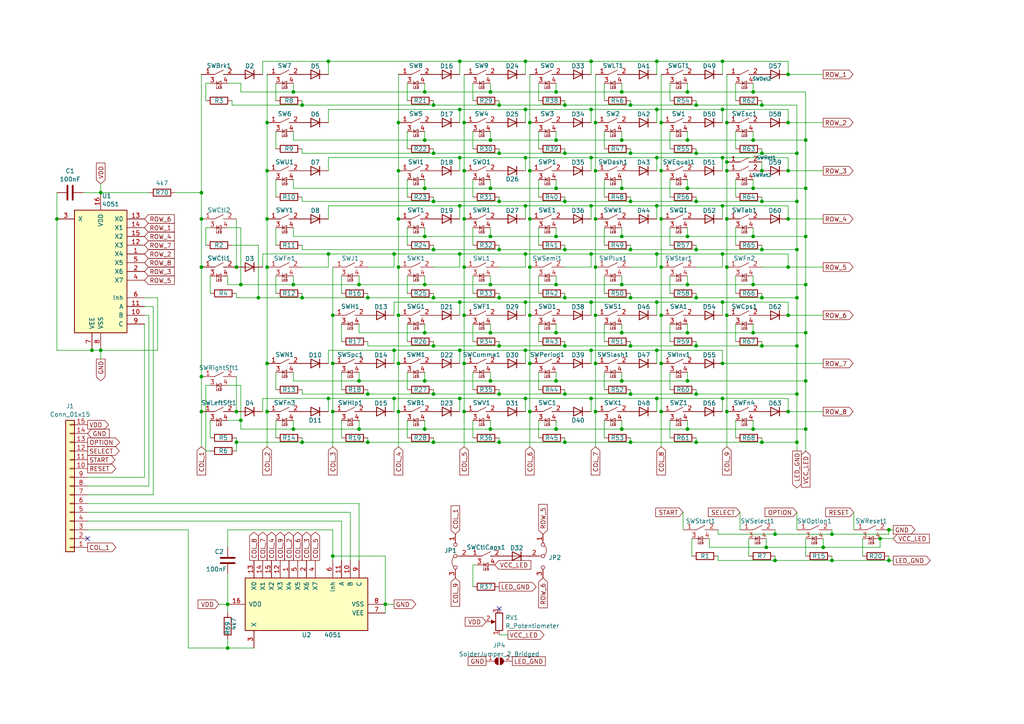
<source format=kicad_sch>
(kicad_sch (version 20230121) (generator eeschema)
  (paper "A4")
  (title_block (title "Decent1200 keyboard") (date "2023-10-09") (rev "2") (company "Decent Consulting"))
  (junction (at 171.45 31.75))
  (junction (at 26.67 101.6))
  (junction (at 114.3 73.66))
  (junction (at 134.62 77.47))
  (junction (at 228.6 77.47))
  (junction (at 152.4 31.75))
  (junction (at 152.4 87.63))
  (junction (at 190.5 101.6))
  (junction (at 182.88 58.42))
  (junction (at 201.93 128.27))
  (junction (at 238.76 158.75))
  (junction (at 180.34 96.52))
  (junction (at 228.6 91.44))
  (junction (at 161.29 124.46))
  (junction (at 161.29 82.55))
  (junction (at 210.82 91.44))
  (junction (at 190.5 45.72))
  (junction (at 218.44 68.58))
  (junction (at 182.88 30.48))
  (junction (at 58.42 119.38))
  (junction (at 231.14 58.42))
  (junction (at 133.35 31.75))
  (junction (at 180.34 110.49))
  (junction (at 233.68 124.46))
  (junction (at 134.62 35.56))
  (junction (at 87.63 30.48))
  (junction (at 69.85 121.92))
  (junction (at 69.85 82.55))
  (junction (at 95.25 17.78))
  (junction (at 161.29 54.61))
  (junction (at 123.19 124.46))
  (junction (at 190.5 31.75))
  (junction (at 133.35 101.6))
  (junction (at 96.52 161.29))
  (junction (at 134.62 105.41))
  (junction (at 77.47 77.47))
  (junction (at 210.82 119.38))
  (junction (at 182.88 114.3))
  (junction (at 153.67 49.53))
  (junction (at 115.57 35.56))
  (junction (at 257.81 162.56))
  (junction (at 144.78 44.45))
  (junction (at 134.62 91.44))
  (junction (at 191.77 77.47))
  (junction (at 199.39 54.61))
  (junction (at 125.73 114.3))
  (junction (at 191.77 91.44))
  (junction (at 77.47 63.5))
  (junction (at 233.68 82.55))
  (junction (at 66.04 175.26))
  (junction (at 85.09 26.67))
  (junction (at 255.27 156.21))
  (junction (at 201.93 100.33))
  (junction (at 142.24 124.46))
  (junction (at 209.55 73.66))
  (junction (at 241.3 154.94))
  (junction (at 233.68 40.64))
  (junction (at 180.34 26.67))
  (junction (at 152.4 115.57))
  (junction (at 123.19 40.64))
  (junction (at 144.78 128.27))
  (junction (at 220.98 86.36))
  (junction (at 231.14 128.27))
  (junction (at 171.45 45.72))
  (junction (at 163.83 86.36))
  (junction (at 142.24 26.67))
  (junction (at 163.83 100.33))
  (junction (at 201.93 30.48))
  (junction (at 231.14 114.3))
  (junction (at 161.29 40.64))
  (junction (at 218.44 40.64))
  (junction (at 125.73 128.27))
  (junction (at 190.5 17.78))
  (junction (at 142.24 110.49))
  (junction (at 231.14 72.39))
  (junction (at 114.3 115.57))
  (junction (at 220.98 49.53))
  (junction (at 163.83 72.39))
  (junction (at 133.35 73.66))
  (junction (at 163.83 30.48))
  (junction (at 163.83 58.42))
  (junction (at 104.14 124.46))
  (junction (at 190.5 115.57))
  (junction (at 123.19 110.49))
  (junction (at 201.93 72.39))
  (junction (at 209.55 45.72))
  (junction (at 220.98 58.42))
  (junction (at 180.34 54.61))
  (junction (at 209.55 115.57))
  (junction (at 171.45 17.78))
  (junction (at 115.57 105.41))
  (junction (at 199.39 40.64))
  (junction (at 182.88 44.45))
  (junction (at 224.79 162.56))
  (junction (at 153.67 35.56))
  (junction (at 171.45 87.63))
  (junction (at 172.72 119.38))
  (junction (at 163.83 114.3))
  (junction (at 106.68 114.3))
  (junction (at 231.14 100.33))
  (junction (at 123.19 54.61))
  (junction (at 68.58 128.27))
  (junction (at 231.14 86.36))
  (junction (at 228.6 63.5))
  (junction (at 153.67 91.44))
  (junction (at 180.34 40.64))
  (junction (at 115.57 49.53))
  (junction (at 171.45 59.69))
  (junction (at 153.67 119.38))
  (junction (at 218.44 82.55))
  (junction (at 106.68 86.36))
  (junction (at 106.68 128.27))
  (junction (at 172.72 35.56))
  (junction (at 125.73 58.42))
  (junction (at 58.42 109.22))
  (junction (at 125.73 86.36))
  (junction (at 85.09 124.46))
  (junction (at 190.5 59.69))
  (junction (at 104.14 82.55))
  (junction (at 114.3 101.6))
  (junction (at 228.6 119.38))
  (junction (at 133.35 17.78))
  (junction (at 58.42 63.5))
  (junction (at 190.5 87.63))
  (junction (at 220.98 30.48))
  (junction (at 233.68 54.61))
  (junction (at 153.67 105.41))
  (junction (at 144.78 58.42))
  (junction (at 125.73 30.48))
  (junction (at 142.24 54.61))
  (junction (at 233.68 110.49))
  (junction (at 87.63 86.36))
  (junction (at 172.72 63.5))
  (junction (at 123.19 96.52))
  (junction (at 171.45 115.57))
  (junction (at 96.52 105.41))
  (junction (at 152.4 73.66))
  (junction (at 172.72 77.47))
  (junction (at 182.88 86.36))
  (junction (at 153.67 63.5))
  (junction (at 191.77 105.41))
  (junction (at 115.57 119.38))
  (junction (at 142.24 40.64))
  (junction (at 199.39 110.49))
  (junction (at 58.42 55.88))
  (junction (at 228.6 35.56))
  (junction (at 180.34 68.58))
  (junction (at 218.44 124.46))
  (junction (at 171.45 73.66))
  (junction (at 134.62 49.53))
  (junction (at 191.77 63.5))
  (junction (at 190.5 73.66))
  (junction (at 133.35 59.69))
  (junction (at 199.39 124.46))
  (junction (at 134.62 119.38))
  (junction (at 152.4 17.78))
  (junction (at 144.78 30.48))
  (junction (at 77.47 119.38))
  (junction (at 210.82 35.56))
  (junction (at 77.47 49.53))
  (junction (at 161.29 110.49))
  (junction (at 95.25 115.57))
  (junction (at 201.93 58.42))
  (junction (at 191.77 119.38))
  (junction (at 220.98 72.39))
  (junction (at 66.04 187.96))
  (junction (at 142.24 82.55))
  (junction (at 209.55 59.69))
  (junction (at 257.81 153.67))
  (junction (at 228.6 21.59))
  (junction (at 152.4 59.69))
  (junction (at 218.44 54.61))
  (junction (at 163.83 128.27))
  (junction (at 161.29 26.67))
  (junction (at 180.34 124.46))
  (junction (at 209.55 87.63))
  (junction (at 142.24 68.58))
  (junction (at 218.44 96.52))
  (junction (at 171.45 101.6))
  (junction (at 96.52 119.38))
  (junction (at 125.73 72.39))
  (junction (at 241.3 162.56))
  (junction (at 233.68 68.58))
  (junction (at 161.29 96.52))
  (junction (at 95.25 73.66))
  (junction (at 182.88 100.33))
  (junction (at 228.6 49.53))
  (junction (at 111.76 175.26))
  (junction (at 87.63 128.27))
  (junction (at 163.83 44.45))
  (junction (at 191.77 49.53))
  (junction (at 201.93 114.3))
  (junction (at 199.39 68.58))
  (junction (at 68.58 119.38))
  (junction (at 172.72 49.53))
  (junction (at 222.25 158.75))
  (junction (at 133.35 45.72))
  (junction (at 180.34 82.55))
  (junction (at 104.14 110.49))
  (junction (at 144.78 114.3))
  (junction (at 74.93 86.36))
  (junction (at 123.19 82.55))
  (junction (at 115.57 63.5))
  (junction (at 77.47 35.56))
  (junction (at 125.73 44.45))
  (junction (at 233.68 96.52))
  (junction (at 96.52 91.44))
  (junction (at 182.88 128.27))
  (junction (at 58.42 77.47))
  (junction (at 224.79 154.94))
  (junction (at 201.93 86.36))
  (junction (at 210.82 46.99))
  (junction (at 153.67 77.47))
  (junction (at 144.78 100.33))
  (junction (at 133.35 87.63))
  (junction (at 172.72 105.41))
  (junction (at 115.57 77.47))
  (junction (at 125.73 100.33))
  (junction (at 210.82 63.5))
  (junction (at 134.62 63.5))
  (junction (at 152.4 101.6))
  (junction (at 209.55 17.78))
  (junction (at 144.78 86.36))
  (junction (at 209.55 31.75))
  (junction (at 199.39 96.52))
  (junction (at 85.09 82.55))
  (junction (at 133.35 115.57))
  (junction (at 218.44 26.67))
  (junction (at 142.24 96.52))
  (junction (at 123.19 68.58))
  (junction (at 172.72 91.44))
  (junction (at 68.58 77.47))
  (junction (at 161.29 68.58))
  (junction (at 231.14 44.45))
  (junction (at 182.88 72.39))
  (junction (at 199.39 26.67))
  (junction (at 201.93 44.45))
  (junction (at 123.19 26.67))
  (junction (at 29.21 55.88))
  (junction (at 77.47 105.41))
  (junction (at 199.39 82.55))
  (junction (at 16.51 63.5))
  (junction (at 210.82 49.53))
  (junction (at 209.55 105.41))
  (junction (at 220.98 44.45))
  (junction (at 210.82 77.47))
  (junction (at 115.57 91.44))
  (junction (at 144.78 72.39))
  (junction (at 29.21 101.6))
  (junction (at 220.98 100.33))
  (junction (at 191.77 35.56))
  (junction (at 152.4 45.72))
  (junction (at 220.98 128.27))
  (no_connect (at 25.4 156.21))
  (no_connect (at 144.78 176.53))
  (wire (pts (xy 133.35 101.6) (xy 133.35 105.41)))
  (wire (pts (xy 199.39 54.61) (xy 218.44 54.61)))
  (wire (pts (xy 133.35 31.75) (xy 133.35 35.56)))
  (wire (pts (xy 182.88 77.47) (xy 190.5 77.47)))
  (wire (pts (xy 180.34 40.64) (xy 161.29 40.64)))
  (wire (pts (xy 66.04 166.37) (xy 66.04 175.26)))
  (wire (pts (xy 125.73 58.42) (xy 125.73 57.15)))
  (wire (pts (xy 95.25 77.47) (xy 95.25 73.66)))
  (wire (pts (xy 233.68 96.52) (xy 233.68 110.49)))
  (wire (pts (xy 191.77 77.47) (xy 191.77 91.44)))
  (wire (pts (xy 114.3 115.57) (xy 133.35 115.57)))
  (wire (pts (xy 199.39 107.95) (xy 199.39 110.49)))
  (wire (pts (xy 209.55 59.69) (xy 209.55 63.5)))
  (wire (pts (xy 144.78 30.48) (xy 144.78 29.21)))
  (wire (pts (xy 209.55 115.57) (xy 209.55 119.38)))
  (wire (pts (xy 134.62 35.56) (xy 134.62 49.53)))
  (wire (pts (xy 172.72 105.41) (xy 172.72 119.38)))
  (wire (pts (xy 199.39 124.46) (xy 180.34 124.46)))
  (wire (pts (xy 218.44 54.61) (xy 218.44 52.07)))
  (wire (pts (xy 66.04 185.42) (xy 66.04 187.96)))
  (wire (pts (xy 44.45 143.51) (xy 25.4 143.51)))
  (wire (pts (xy 210.82 49.53) (xy 210.82 63.5)))
  (wire (pts (xy 137.16 163.83) (xy 137.16 170.18)))
  (wire (pts (xy 201.93 128.27) (xy 201.93 127)))
  (wire (pts (xy 99.06 107.95) (xy 99.06 113.03)))
  (wire (pts (xy 134.62 105.41) (xy 134.62 119.38)))
  (wire (pts (xy 125.73 114.3) (xy 125.73 113.03)))
  (wire (pts (xy 163.83 72.39) (xy 163.83 71.12)))
  (wire (pts (xy 152.4 17.78) (xy 152.4 21.59)))
  (wire (pts (xy 16.51 55.88) (xy 16.51 63.5)))
  (wire (pts (xy 152.4 73.66) (xy 171.45 73.66)))
  (wire (pts (xy 228.6 87.63) (xy 228.6 91.44)))
  (wire (pts (xy 201.93 99.06) (xy 201.93 100.33)))
  (wire (pts (xy 182.88 100.33) (xy 163.83 100.33)))
  (wire (pts (xy 220.98 86.36) (xy 231.14 86.36)))
  (wire (pts (xy 142.24 110.49) (xy 123.19 110.49)))
  (wire (pts (xy 96.52 105.41) (xy 96.52 119.38)))
  (wire (pts (xy 194.31 24.13) (xy 194.31 29.21)))
  (wire (pts (xy 118.11 121.92) (xy 118.11 127)))
  (wire (pts (xy 41.91 86.36) (xy 45.72 86.36)))
  (wire (pts (xy 201.93 114.3) (xy 231.14 114.3)))
  (wire (pts (xy 175.26 80.01) (xy 175.26 85.09)))
  (wire (pts (xy 153.67 49.53) (xy 153.67 63.5)))
  (wire (pts (xy 80.01 38.1) (xy 80.01 43.18)))
  (wire (pts (xy 182.88 128.27) (xy 163.83 128.27)))
  (wire (pts (xy 218.44 121.92) (xy 218.44 124.46)))
  (wire (pts (xy 156.21 38.1) (xy 156.21 43.18)))
  (wire (pts (xy 180.34 66.04) (xy 180.34 68.58)))
  (wire (pts (xy 228.6 119.38) (xy 228.6 115.57)))
  (wire (pts (xy 257.81 162.56) (xy 241.3 162.56)))
  (wire (pts (xy 123.19 82.55) (xy 104.14 82.55)))
  (wire (pts (xy 228.6 17.78) (xy 228.6 21.59)))
  (wire (pts (xy 210.82 21.59) (xy 210.82 35.56)))
  (wire (pts (xy 152.4 31.75) (xy 152.4 35.56)))
  (wire (pts (xy 231.14 128.27) (xy 231.14 130.81)))
  (wire (pts (xy 182.88 58.42) (xy 182.88 57.15)))
  (wire (pts (xy 134.62 49.53) (xy 134.62 63.5)))
  (wire (pts (xy 138.43 163.83) (xy 137.16 163.83)))
  (wire (pts (xy 152.4 59.69) (xy 171.45 59.69)))
  (wire (pts (xy 208.28 162.56) (xy 208.28 161.29)))
  (wire (pts (xy 142.24 124.46) (xy 123.19 124.46)))
  (wire (pts (xy 190.5 115.57) (xy 209.55 115.57)))
  (wire (pts (xy 68.58 127) (xy 68.58 128.27)))
  (wire (pts (xy 76.2 115.57) (xy 95.25 115.57)))
  (wire (pts (xy 125.73 44.45) (xy 87.63 44.45)))
  (wire (pts (xy 182.88 114.3) (xy 163.83 114.3)))
  (wire (pts (xy 208.28 154.94) (xy 208.28 153.67)))
  (wire (pts (xy 74.93 86.36) (xy 87.63 86.36)))
  (wire (pts (xy 257.81 161.29) (xy 257.81 162.56)))
  (wire (pts (xy 209.55 17.78) (xy 209.55 21.59)))
  (wire (pts (xy 228.6 49.53) (xy 238.76 49.53)))
  (wire (pts (xy 182.88 86.36) (xy 201.93 86.36)))
  (wire (pts (xy 142.24 68.58) (xy 123.19 68.58)))
  (wire (pts (xy 58.42 21.59) (xy 58.42 55.88)))
  (wire (pts (xy 175.26 24.13) (xy 175.26 29.21)))
  (wire (pts (xy 163.83 114.3) (xy 163.83 113.03)))
  (wire (pts (xy 171.45 45.72) (xy 171.45 49.53)))
  (wire (pts (xy 190.5 101.6) (xy 190.5 105.41)))
  (wire (pts (xy 80.01 107.95) (xy 80.01 113.03)))
  (wire (pts (xy 29.21 53.34) (xy 29.21 55.88)))
  (wire (pts (xy 171.45 31.75) (xy 190.5 31.75)))
  (wire (pts (xy 171.45 115.57) (xy 171.45 119.38)))
  (wire (pts (xy 85.09 26.67) (xy 123.19 26.67)))
  (wire (pts (xy 142.24 40.64) (xy 142.24 38.1)))
  (wire (pts (xy 24.13 55.88) (xy 29.21 55.88)))
  (wire (pts (xy 144.78 72.39) (xy 144.78 71.12)))
  (wire (pts (xy 45.72 101.6) (xy 29.21 101.6)))
  (wire (pts (xy 163.83 128.27) (xy 163.83 127)))
  (wire (pts (xy 194.31 80.01) (xy 194.31 85.09)))
  (wire (pts (xy 144.78 58.42) (xy 144.78 57.15)))
  (wire (pts (xy 191.77 35.56) (xy 191.77 49.53)))
  (wire (pts (xy 171.45 17.78) (xy 190.5 17.78)))
  (wire (pts (xy 163.83 72.39) (xy 144.78 72.39)))
  (wire (pts (xy 68.58 86.36) (xy 74.93 86.36)))
  (wire (pts (xy 133.35 45.72) (xy 152.4 45.72)))
  (wire (pts (xy 171.45 73.66) (xy 171.45 77.47)))
  (wire (pts (xy 180.34 26.67) (xy 161.29 26.67)))
  (wire (pts (xy 163.83 77.47) (xy 171.45 77.47)))
  (wire (pts (xy 171.45 31.75) (xy 171.45 35.56)))
  (wire (pts (xy 95.25 119.38) (xy 95.25 115.57)))
  (wire (pts (xy 142.24 54.61) (xy 142.24 52.07)))
  (wire (pts (xy 77.47 119.38) (xy 77.47 129.54)))
  (wire (pts (xy 199.39 26.67) (xy 180.34 26.67)))
  (wire (pts (xy 161.29 124.46) (xy 142.24 124.46)))
  (wire (pts (xy 163.83 58.42) (xy 182.88 58.42)))
  (wire (pts (xy 163.83 44.45) (xy 182.88 44.45)))
  (wire (pts (xy 209.55 101.6) (xy 209.55 105.41)))
  (wire (pts (xy 152.4 31.75) (xy 171.45 31.75)))
  (wire (pts (xy 171.45 45.72) (xy 190.5 45.72)))
  (wire (pts (xy 209.55 73.66) (xy 228.6 73.66)))
  (wire (pts (xy 104.14 146.05) (xy 104.14 162.56)))
  (wire (pts (xy 156.21 80.01) (xy 156.21 85.09)))
  (wire (pts (xy 85.09 110.49) (xy 85.09 107.95)))
  (wire (pts (xy 99.06 93.98) (xy 99.06 99.06)))
  (wire (pts (xy 172.72 35.56) (xy 172.72 49.53)))
  (wire (pts (xy 161.29 96.52) (xy 161.29 93.98)))
  (wire (pts (xy 106.68 114.3) (xy 106.68 113.03)))
  (wire (pts (xy 68.58 85.09) (xy 68.58 86.36)))
  (wire (pts (xy 190.5 45.72) (xy 190.5 49.53)))
  (wire (pts (xy 194.31 107.95) (xy 194.31 113.03)))
  (wire (pts (xy 95.25 31.75) (xy 133.35 31.75)))
  (wire (pts (xy 144.78 128.27) (xy 125.73 128.27)))
  (wire (pts (xy 233.68 26.67) (xy 233.68 40.64)))
  (wire (pts (xy 123.19 124.46) (xy 104.14 124.46)))
  (wire (pts (xy 161.29 40.64) (xy 161.29 38.1)))
  (wire (pts (xy 68.58 63.5) (xy 68.58 77.47)))
  (wire (pts (xy 228.6 73.66) (xy 228.6 77.47)))
  (wire (pts (xy 104.14 110.49) (xy 104.14 107.95)))
  (wire (pts (xy 218.44 26.67) (xy 218.44 24.13)))
  (wire (pts (xy 106.68 128.27) (xy 87.63 128.27)))
  (wire (pts (xy 190.5 17.78) (xy 190.5 21.59)))
  (wire (pts (xy 118.11 24.13) (xy 118.11 29.21)))
  (wire (pts (xy 220.98 128.27) (xy 201.93 128.27)))
  (wire (pts (xy 190.5 87.63) (xy 209.55 87.63)))
  (wire (pts (xy 201.93 58.42) (xy 201.93 57.15)))
  (wire (pts (xy 144.78 114.3) (xy 144.78 113.03)))
  (wire (pts (xy 199.39 110.49) (xy 180.34 110.49)))
  (wire (pts (xy 190.5 73.66) (xy 190.5 77.47)))
  (wire (pts (xy 156.21 93.98) (xy 156.21 99.06)))
  (wire (pts (xy 238.76 105.41) (xy 209.55 105.41)))
  (wire (pts (xy 224.79 153.67) (xy 224.79 154.94)))
  (wire (pts (xy 228.6 31.75) (xy 228.6 35.56)))
  (wire (pts (xy 201.93 72.39) (xy 201.93 71.12)))
  (wire (pts (xy 68.58 128.27) (xy 87.63 128.27)))
  (wire (pts (xy 180.34 80.01) (xy 180.34 82.55)))
  (wire (pts (xy 66.04 153.67) (xy 96.52 153.67)))
  (wire (pts (xy 66.04 66.04) (xy 69.85 66.04)))
  (wire (pts (xy 161.29 96.52) (xy 142.24 96.52)))
  (wire (pts (xy 87.63 57.15) (xy 87.63 58.42)))
  (wire (pts (xy 152.4 101.6) (xy 171.45 101.6)))
  (wire (pts (xy 134.62 63.5) (xy 134.62 77.47)))
  (wire (pts (xy 133.35 115.57) (xy 133.35 119.38)))
  (wire (pts (xy 161.29 124.46) (xy 161.29 121.92)))
  (wire (pts (xy 199.39 96.52) (xy 218.44 96.52)))
  (wire (pts (xy 144.78 72.39) (xy 125.73 72.39)))
  (wire (pts (xy 142.24 68.58) (xy 142.24 66.04)))
  (wire (pts (xy 58.42 55.88) (xy 58.42 63.5)))
  (wire (pts (xy 213.36 66.04) (xy 213.36 71.12)))
  (wire (pts (xy 210.82 63.5) (xy 210.82 77.47)))
  (wire (pts (xy 87.63 72.39) (xy 87.63 71.12)))
  (wire (pts (xy 96.52 91.44) (xy 96.52 105.41)))
  (wire (pts (xy 218.44 68.58) (xy 218.44 66.04)))
  (wire (pts (xy 199.39 110.49) (xy 233.68 110.49)))
  (wire (pts (xy 182.88 58.42) (xy 201.93 58.42)))
  (wire (pts (xy 144.78 44.45) (xy 163.83 44.45)))
  (wire (pts (xy 250.19 156.21) (xy 250.19 161.29)))
  (wire (pts (xy 161.29 40.64) (xy 142.24 40.64)))
  (wire (pts (xy 54.61 153.67) (xy 54.61 187.96)))
  (wire (pts (xy 218.44 54.61) (xy 233.68 54.61)))
  (wire (pts (xy 257.81 154.94) (xy 241.3 154.94)))
  (wire (pts (xy 191.77 63.5) (xy 191.77 77.47)))
  (wire (pts (xy 125.73 44.45) (xy 125.73 43.18)))
  (wire (pts (xy 87.63 30.48) (xy 87.63 29.21)))
  (wire (pts (xy 144.78 128.27) (xy 144.78 127)))
  (wire (pts (xy 104.14 124.46) (xy 85.09 124.46)))
  (wire (pts (xy 134.62 91.44) (xy 134.62 105.41)))
  (wire (pts (xy 191.77 105.41) (xy 191.77 119.38)))
  (wire (pts (xy 58.42 109.22) (xy 58.42 119.38)))
  (wire (pts (xy 87.63 30.48) (xy 125.73 30.48)))
  (wire (pts (xy 95.25 105.41) (xy 95.25 101.6)))
  (wire (pts (xy 152.4 115.57) (xy 152.4 119.38)))
  (wire (pts (xy 77.47 21.59) (xy 77.47 35.56)))
  (wire (pts (xy 220.98 43.18) (xy 220.98 44.45)))
  (wire (pts (xy 180.34 82.55) (xy 161.29 82.55)))
  (wire (pts (xy 161.29 54.61) (xy 142.24 54.61)))
  (wire (pts (xy 123.19 82.55) (xy 123.19 80.01)))
  (wire (pts (xy 142.24 26.67) (xy 123.19 26.67)))
  (wire (pts (xy 182.88 100.33) (xy 201.93 100.33)))
  (wire (pts (xy 96.52 162.56) (xy 96.52 161.29)))
  (wire (pts (xy 80.01 52.07) (xy 80.01 57.15)))
  (wire (pts (xy 106.68 77.47) (xy 114.3 77.47)))
  (wire (pts (xy 60.96 66.04) (xy 59.69 66.04)))
  (wire (pts (xy 133.35 59.69) (xy 133.35 63.5)))
  (wire (pts (xy 106.68 86.36) (xy 87.63 86.36)))
  (wire (pts (xy 190.5 45.72) (xy 209.55 45.72)))
  (wire (pts (xy 125.73 114.3) (xy 106.68 114.3)))
  (wire (pts (xy 80.01 24.13) (xy 80.01 29.21)))
  (wire (pts (xy 123.19 26.67) (xy 123.19 24.13)))
  (wire (pts (xy 218.44 26.67) (xy 233.68 26.67)))
  (wire (pts (xy 115.57 91.44) (xy 115.57 105.41)))
  (wire (pts (xy 213.36 80.01) (xy 213.36 85.09)))
  (wire (pts (xy 217.17 156.21) (xy 217.17 161.29)))
  (wire (pts (xy 95.25 17.78) (xy 133.35 17.78)))
  (wire (pts (xy 144.78 30.48) (xy 125.73 30.48)))
  (wire (pts (xy 114.3 115.57) (xy 114.3 119.38)))
  (wire (pts (xy 106.68 128.27) (xy 106.68 127)))
  (wire (pts (xy 163.83 128.27) (xy 144.78 128.27)))
  (wire (pts (xy 220.98 77.47) (xy 228.6 77.47)))
  (wire (pts (xy 85.09 68.58) (xy 85.09 66.04)))
  (wire (pts (xy 77.47 77.47) (xy 77.47 105.41)))
  (wire (pts (xy 152.4 87.63) (xy 171.45 87.63)))
  (wire (pts (xy 67.31 71.12) (xy 74.93 71.12)))
  (wire (pts (xy 218.44 40.64) (xy 233.68 40.64)))
  (wire (pts (xy 210.82 35.56) (xy 210.82 46.99)))
  (wire (pts (xy 104.14 82.55) (xy 104.14 80.01)))
  (wire (pts (xy 156.21 121.92) (xy 156.21 127)))
  (wire (pts (xy 133.35 101.6) (xy 152.4 101.6)))
  (wire (pts (xy 118.11 66.04) (xy 118.11 71.12)))
  (wire (pts (xy 115.57 77.47) (xy 115.57 91.44)))
  (wire (pts (xy 69.85 82.55) (xy 85.09 82.55)))
  (wire (pts (xy 199.39 68.58) (xy 199.39 66.04)))
  (wire (pts (xy 218.44 80.01) (xy 218.44 82.55)))
  (wire (pts (xy 85.09 124.46) (xy 85.09 121.92)))
  (wire (pts (xy 257.81 153.67) (xy 257.81 154.94)))
  (wire (pts (xy 153.67 119.38) (xy 153.67 129.54)))
  (wire (pts (xy 199.39 93.98) (xy 199.39 96.52)))
  (wire (pts (xy 152.4 73.66) (xy 152.4 77.47)))
  (wire (pts (xy 123.19 96.52) (xy 123.19 93.98)))
  (wire (pts (xy 133.35 45.72) (xy 133.35 49.53)))
  (wire (pts (xy 180.34 93.98) (xy 180.34 96.52)))
  (wire (pts (xy 201.93 77.47) (xy 209.55 77.47)))
  (wire (pts (xy 222.25 156.21) (xy 222.25 158.75)))
  (wire (pts (xy 144.78 43.18) (xy 144.78 44.45)))
  (wire (pts (xy 220.98 58.42) (xy 231.14 58.42)))
  (wire (pts (xy 123.19 124.46) (xy 123.19 121.92)))
  (wire (pts (xy 60.96 80.01) (xy 60.96 85.09)))
  (wire (pts (xy 191.77 21.59) (xy 191.77 35.56)))
  (wire (pts (xy 180.34 68.58) (xy 161.29 68.58)))
  (wire (pts (xy 182.88 44.45) (xy 182.88 43.18)))
  (wire (pts (xy 125.73 100.33) (xy 125.73 99.06)))
  (wire (pts (xy 163.83 100.33) (xy 163.83 99.06)))
  (wire (pts (xy 238.76 158.75) (xy 255.27 158.75)))
  (wire (pts (xy 125.73 77.47) (xy 133.35 77.47)))
  (wire (pts (xy 87.63 44.45) (xy 87.63 43.18)))
  (wire (pts (xy 190.5 115.57) (xy 190.5 119.38)))
  (wire (pts (xy 80.01 121.92) (xy 80.01 127)))
  (wire (pts (xy 209.55 115.57) (xy 228.6 115.57)))
  (wire (pts (xy 137.16 80.01) (xy 137.16 85.09)))
  (wire (pts (xy 199.39 26.67) (xy 199.39 24.13)))
  (wire (pts (xy 123.19 68.58) (xy 123.19 66.04)))
  (wire (pts (xy 194.31 121.92) (xy 194.31 127)))
  (wire (pts (xy 171.45 17.78) (xy 171.45 21.59)))
  (wire (pts (xy 69.85 121.92) (xy 69.85 124.46)))
  (wire (pts (xy 104.14 96.52) (xy 104.14 93.98)))
  (wire (pts (xy 213.36 38.1) (xy 213.36 43.18)))
  (wire (pts (xy 190.5 73.66) (xy 209.55 73.66)))
  (wire (pts (xy 163.83 114.3) (xy 144.78 114.3)))
  (wire (pts (xy 201.93 86.36) (xy 220.98 86.36)))
  (wire (pts (xy 99.06 121.92) (xy 99.06 127)))
  (wire (pts (xy 106.68 100.33) (xy 106.68 99.06)))
  (wire (pts (xy 87.63 86.36) (xy 87.63 85.09)))
  (wire (pts (xy 25.4 153.67) (xy 54.61 153.67)))
  (wire (pts (xy 190.5 101.6) (xy 209.55 101.6)))
  (wire (pts (xy 95.25 35.56) (xy 95.25 31.75)))
  (wire (pts (xy 163.83 30.48) (xy 144.78 30.48)))
  (wire (pts (xy 69.85 111.76) (xy 69.85 121.92)))
  (wire (pts (xy 201.93 100.33) (xy 220.98 100.33)))
  (wire (pts (xy 43.18 91.44) (xy 43.18 140.97)))
  (wire (pts (xy 194.31 93.98) (xy 194.31 99.06)))
  (wire (pts (xy 123.19 110.49) (xy 123.19 107.95)))
  (wire (pts (xy 29.21 101.6) (xy 29.21 104.14)))
  (wire (pts (xy 58.42 119.38) (xy 58.42 129.54)))
  (wire (pts (xy 231.14 100.33) (xy 231.14 114.3)))
  (wire (pts (xy 87.63 77.47) (xy 95.25 77.47)))
  (wire (pts (xy 199.39 82.55) (xy 218.44 82.55)))
  (wire (pts (xy 152.4 101.6) (xy 152.4 105.41)))
  (wire (pts (xy 134.62 21.59) (xy 134.62 35.56)))
  (wire (pts (xy 104.14 146.05) (xy 25.4 146.05)))
  (wire (pts (xy 220.98 100.33) (xy 231.14 100.33)))
  (wire (pts (xy 156.21 52.07) (xy 156.21 57.15)))
  (wire (pts (xy 191.77 119.38) (xy 191.77 129.54)))
  (wire (pts (xy 153.67 63.5) (xy 153.67 77.47)))
  (wire (pts (xy 163.83 100.33) (xy 144.78 100.33)))
  (wire (pts (xy 133.35 73.66) (xy 133.35 77.47)))
  (wire (pts (xy 199.39 54.61) (xy 180.34 54.61)))
  (wire (pts (xy 172.72 119.38) (xy 172.72 129.54)))
  (wire (pts (xy 233.68 110.49) (xy 233.68 124.46)))
  (wire (pts (xy 111.76 161.29) (xy 111.76 175.26)))
  (wire (pts (xy 180.34 96.52) (xy 199.39 96.52)))
  (wire (pts (xy 156.21 24.13) (xy 156.21 29.21)))
  (wire (pts (xy 153.67 21.59) (xy 153.67 35.56)))
  (wire (pts (xy 96.52 153.67) (xy 96.52 161.29)))
  (wire (pts (xy 161.29 82.55) (xy 142.24 82.55)))
  (wire (pts (xy 142.24 96.52) (xy 123.19 96.52)))
  (wire (pts (xy 182.88 85.09) (xy 182.88 86.36)))
  (wire (pts (xy 209.55 31.75) (xy 209.55 35.56)))
  (wire (pts (xy 199.39 40.64) (xy 218.44 40.64)))
  (wire (pts (xy 213.36 24.13) (xy 213.36 29.21)))
  (wire (pts (xy 95.25 59.69) (xy 133.35 59.69)))
  (wire (pts (xy 220.98 44.45) (xy 201.93 44.45)))
  (wire (pts (xy 201.93 85.09) (xy 201.93 86.36)))
  (wire (pts (xy 228.6 21.59) (xy 238.76 21.59)))
  (wire (pts (xy 213.36 121.92) (xy 213.36 127)))
  (wire (pts (xy 153.67 91.44) (xy 153.67 105.41)))
  (wire (pts (xy 16.51 101.6) (xy 26.67 101.6)))
  (wire (pts (xy 182.88 44.45) (xy 201.93 44.45)))
  (wire (pts (xy 123.19 68.58) (xy 85.09 68.58)))
  (wire (pts (xy 66.04 80.01) (xy 66.04 82.55)))
  (wire (pts (xy 85.09 40.64) (xy 85.09 38.1)))
  (wire (pts (xy 76.2 21.59) (xy 76.2 17.78)))
  (wire (pts (xy 114.3 101.6) (xy 133.35 101.6)))
  (wire (pts (xy 123.19 110.49) (xy 104.14 110.49)))
  (wire (pts (xy 134.62 77.47) (xy 134.62 91.44)))
  (wire (pts (xy 199.39 124.46) (xy 218.44 124.46)))
  (wire (pts (xy 60.96 111.76) (xy 59.69 111.76)))
  (wire (pts (xy 125.73 30.48) (xy 125.73 29.21)))
  (wire (pts (xy 194.31 52.07) (xy 194.31 57.15)))
  (wire (pts (xy 224.79 154.94) (xy 241.3 154.94)))
  (wire (pts (xy 161.29 26.67) (xy 142.24 26.67)))
  (wire (pts (xy 115.57 105.41) (xy 115.57 119.38)))
  (wire (pts (xy 200.66 156.21) (xy 200.66 161.29)))
  (wire (pts (xy 142.24 26.67) (xy 142.24 24.13)))
  (wire (pts (xy 199.39 68.58) (xy 218.44 68.58)))
  (wire (pts (xy 172.72 63.5) (xy 172.72 77.47)))
  (wire (pts (xy 171.45 59.69) (xy 171.45 63.5)))
  (wire (pts (xy 76.2 17.78) (xy 95.25 17.78)))
  (wire (pts (xy 144.78 44.45) (xy 125.73 44.45)))
  (wire (pts (xy 191.77 91.44) (xy 191.77 105.41)))
  (wire (pts (xy 114.3 91.44) (xy 114.3 87.63)))
  (wire (pts (xy 152.4 115.57) (xy 171.45 115.57)))
  (wire (pts (xy 214.63 148.59) (xy 214.63 153.67)))
  (wire (pts (xy 180.34 110.49) (xy 161.29 110.49)))
  (wire (pts (xy 115.57 63.5) (xy 115.57 77.47)))
  (wire (pts (xy 190.5 59.69) (xy 190.5 63.5)))
  (wire (pts (xy 29.21 55.88) (xy 43.18 55.88)))
  (wire (pts (xy 220.98 72.39) (xy 231.14 72.39)))
  (wire (pts (xy 144.78 77.47) (xy 152.4 77.47)))
  (wire (pts (xy 210.82 119.38) (xy 210.82 129.54)))
  (wire (pts (xy 224.79 162.56) (xy 224.79 161.29)))
  (wire (pts (xy 161.29 26.67) (xy 161.29 24.13)))
  (wire (pts (xy 95.25 63.5) (xy 95.25 59.69)))
  (wire (pts (xy 50.8 55.88) (xy 58.42 55.88)))
  (wire (pts (xy 213.36 52.07) (xy 213.36 57.15)))
  (wire (pts (xy 111.76 175.26) (xy 111.76 177.8)))
  (wire (pts (xy 152.4 45.72) (xy 171.45 45.72)))
  (wire (pts (xy 231.14 30.48) (xy 231.14 44.45)))
  (wire (pts (xy 54.61 187.96) (xy 66.04 187.96)))
  (wire (pts (xy 220.98 100.33) (xy 220.98 99.06)))
  (wire (pts (xy 233.68 68.58) (xy 233.68 82.55)))
  (wire (pts (xy 199.39 38.1) (xy 199.39 40.64)))
  (wire (pts (xy 69.85 26.67) (xy 69.85 24.13)))
  (wire (pts (xy 142.24 54.61) (xy 123.19 54.61)))
  (wire (pts (xy 180.34 40.64) (xy 180.34 38.1)))
  (wire (pts (xy 41.91 138.43) (xy 25.4 138.43)))
  (wire (pts (xy 111.76 175.26) (xy 114.3 175.26)))
  (wire (pts (xy 255.27 158.75) (xy 255.27 156.21)))
  (wire (pts (xy 171.45 101.6) (xy 171.45 105.41)))
  (wire (pts (xy 161.29 110.49) (xy 142.24 110.49)))
  (wire (pts (xy 224.79 162.56) (xy 208.28 162.56)))
  (wire (pts (xy 231.14 114.3) (xy 231.14 128.27)))
  (wire (pts (xy 201.93 58.42) (xy 220.98 58.42)))
  (wire (pts (xy 133.35 115.57) (xy 152.4 115.57)))
  (wire (pts (xy 118.11 38.1) (xy 118.11 43.18)))
  (wire (pts (xy 180.34 82.55) (xy 199.39 82.55)))
  (wire (pts (xy 175.26 66.04) (xy 175.26 71.12)))
  (wire (pts (xy 231.14 148.59) (xy 231.14 153.67)))
  (wire (pts (xy 182.88 29.21) (xy 182.88 30.48)))
  (wire (pts (xy 228.6 63.5) (xy 238.76 63.5)))
  (wire (pts (xy 210.82 91.44) (xy 210.82 119.38)))
  (wire (pts (xy 231.14 58.42) (xy 231.14 72.39)))
  (wire (pts (xy 59.69 111.76) (xy 59.69 130.81)))
  (wire (pts (xy 190.5 17.78) (xy 209.55 17.78)))
  (wire (pts (xy 233.68 40.64) (xy 233.68 54.61)))
  (wire (pts (xy 218.44 96.52) (xy 233.68 96.52)))
  (wire (pts (xy 95.25 101.6) (xy 114.3 101.6)))
  (wire (pts (xy 123.19 96.52) (xy 104.14 96.52)))
  (wire (pts (xy 257.81 153.67) (xy 259.08 153.67)))
  (wire (pts (xy 123.19 54.61) (xy 123.19 52.07)))
  (wire (pts (xy 231.14 86.36) (xy 231.14 100.33)))
  (wire (pts (xy 228.6 77.47) (xy 238.76 77.47)))
  (wire (pts (xy 142.24 82.55) (xy 142.24 80.01)))
  (wire (pts (xy 142.24 40.64) (xy 123.19 40.64)))
  (wire (pts (xy 106.68 114.3) (xy 87.63 114.3)))
  (wire (pts (xy 180.34 68.58) (xy 199.39 68.58)))
  (wire (pts (xy 199.39 40.64) (xy 180.34 40.64)))
  (wire (pts (xy 96.52 161.29) (xy 111.76 161.29)))
  (wire (pts (xy 152.4 87.63) (xy 152.4 91.44)))
  (wire (pts (xy 220.98 44.45) (xy 231.14 44.45)))
  (wire (pts (xy 218.44 40.64) (xy 218.44 38.1)))
  (wire (pts (xy 208.28 154.94) (xy 224.79 154.94)))
  (wire (pts (xy 209.55 45.72) (xy 228.6 45.72)))
  (wire (pts (xy 194.31 38.1) (xy 194.31 43.18)))
  (wire (pts (xy 219.71 49.53) (xy 220.98 49.53)))
  (wire (pts (xy 247.65 148.59) (xy 247.65 153.67)))
  (wire (pts (xy 144.78 100.33) (xy 144.78 99.06)))
  (wire (pts (xy 171.45 73.66) (xy 190.5 73.66)))
  (wire (pts (xy 238.76 156.21) (xy 238.76 158.75)))
  (wire (pts (xy 182.88 72.39) (xy 163.83 72.39)))
  (wire (pts (xy 220.98 30.48) (xy 231.14 30.48)))
  (wire (pts (xy 87.63 58.42) (xy 125.73 58.42)))
  (wire (pts (xy 218.44 26.67) (xy 199.39 26.67)))
  (wire (pts (xy 125.73 72.39) (xy 125.73 71.12)))
  (wire (pts (xy 134.62 119.38) (xy 134.62 129.54)))
  (wire (pts (xy 205.74 156.21) (xy 205.74 158.75)))
  (wire (pts (xy 220.98 85.09) (xy 220.98 86.36)))
  (wire (pts (xy 104.14 124.46) (xy 104.14 121.92)))
  (wire (pts (xy 104.14 110.49) (xy 85.09 110.49)))
  (wire (pts (xy 241.3 162.56) (xy 241.3 161.29)))
  (wire (pts (xy 66.04 121.92) (xy 69.85 121.92)))
  (wire (pts (xy 152.4 59.69) (xy 152.4 63.5)))
  (wire (pts (xy 77.47 35.56) (xy 77.47 49.53)))
  (wire (pts (xy 218.44 82.55) (xy 233.68 82.55)))
  (wire (pts (xy 228.6 35.56) (xy 238.76 35.56)))
  (wire (pts (xy 213.36 93.98) (xy 213.36 99.06)))
  (wire (pts (xy 142.24 96.52) (xy 142.24 93.98)))
  (wire (pts (xy 133.35 87.63) (xy 133.35 91.44)))
  (wire (pts (xy 156.21 107.95) (xy 156.21 113.03)))
  (wire (pts (xy 152.4 45.72) (xy 152.4 49.53)))
  (wire (pts (xy 66.04 158.75) (xy 66.04 153.67)))
  (wire (pts (xy 125.73 100.33) (xy 106.68 100.33)))
  (wire (pts (xy 95.25 49.53) (xy 95.25 45.72)))
  (wire (pts (xy 209.55 45.72) (xy 209.55 49.53)))
  (wire (pts (xy 210.82 46.99) (xy 210.82 49.53)))
  (wire (pts (xy 257.81 162.56) (xy 259.08 162.56)))
  (wire (pts (xy 171.45 87.63) (xy 171.45 91.44)))
  (wire (pts (xy 114.3 101.6) (xy 114.3 105.41)))
  (wire (pts (xy 220.98 30.48) (xy 220.98 29.21)))
  (wire (pts (xy 137.16 93.98) (xy 137.16 99.06)))
  (wire (pts (xy 190.5 31.75) (xy 209.55 31.75)))
  (wire (pts (xy 201.93 72.39) (xy 220.98 72.39)))
  (wire (pts (xy 41.91 93.98) (xy 41.91 138.43)))
  (wire (pts (xy 63.5 175.26) (xy 66.04 175.26)))
  (wire (pts (xy 233.68 156.21) (xy 233.68 161.29)))
  (wire (pts (xy 66.04 82.55) (xy 69.85 82.55)))
  (wire (pts (xy 60.96 121.92) (xy 60.96 127)))
  (wire (pts (xy 175.26 107.95) (xy 175.26 113.03)))
  (wire (pts (xy 180.34 124.46) (xy 161.29 124.46)))
  (wire (pts (xy 142.24 124.46) (xy 142.24 121.92)))
  (wire (pts (xy 85.09 54.61) (xy 85.09 52.07)))
  (wire (pts (xy 104.14 82.55) (xy 85.09 82.55)))
  (wire (pts (xy 182.88 114.3) (xy 201.93 114.3)))
  (wire (pts (xy 222.25 158.75) (xy 238.76 158.75)))
  (wire (pts (xy 69.85 26.67) (xy 85.09 26.67)))
  (wire (pts (xy 241.3 162.56) (xy 224.79 162.56)))
  (wire (pts (xy 163.83 29.21) (xy 163.83 30.48)))
  (wire (pts (xy 123.19 54.61) (xy 85.09 54.61)))
  (wire (pts (xy 220.98 58.42) (xy 220.98 57.15)))
  (wire (pts (xy 115.57 21.59) (xy 115.57 35.56)))
  (wire (pts (xy 142.24 110.49) (xy 142.24 107.95)))
  (wire (pts (xy 180.34 54.61) (xy 161.29 54.61)))
  (wire (pts (xy 209.55 31.75) (xy 228.6 31.75)))
  (wire (pts (xy 241.3 154.94) (xy 241.3 153.67)))
  (wire (pts (xy 153.67 35.56) (xy 153.67 49.53)))
  (wire (pts (xy 163.83 58.42) (xy 163.83 57.15)))
  (wire (pts (xy 205.74 158.75) (xy 222.25 158.75)))
  (wire (pts (xy 156.21 66.04) (xy 156.21 71.12)))
  (wire (pts (xy 58.42 77.47) (xy 58.42 109.22)))
  (wire (pts (xy 66.04 187.96) (xy 73.66 187.96)))
  (wire (pts (xy 60.96 24.13) (xy 59.69 24.13)))
  (wire (pts (xy 182.88 86.36) (xy 163.83 86.36)))
  (wire (pts (xy 41.91 91.44) (xy 43.18 91.44)))
  (wire (pts (xy 101.6 148.59) (xy 101.6 162.56)))
  (wire (pts (xy 180.34 26.67) (xy 180.34 24.13)))
  (wire (pts (xy 45.72 86.36) (xy 45.72 101.6)))
  (wire (pts (xy 201.93 30.48) (xy 201.93 29.21)))
  (wire (pts (xy 228.6 59.69) (xy 228.6 63.5)))
  (wire (pts (xy 77.47 105.41) (xy 77.47 119.38)))
  (wire (pts (xy 233.68 124.46) (xy 233.68 130.81)))
  (wire (pts (xy 95.25 17.78) (xy 95.25 21.59)))
  (wire (pts (xy 59.69 66.04) (xy 59.69 71.12)))
  (wire (pts (xy 163.83 86.36) (xy 163.83 85.09)))
  (wire (pts (xy 161.29 110.49) (xy 161.29 107.95)))
  (wire (pts (xy 172.72 49.53) (xy 172.72 63.5)))
  (wire (pts (xy 85.09 82.55) (xy 85.09 80.01)))
  (wire (pts (xy 163.83 44.45) (xy 163.83 43.18)))
  (wire (pts (xy 67.31 29.21) (xy 67.31 30.48)))
  (wire (pts (xy 133.35 17.78) (xy 152.4 17.78)))
  (wire (pts (xy 199.39 124.46) (xy 199.39 121.92)))
  (wire (pts (xy 125.73 58.42) (xy 144.78 58.42)))
  (wire (pts (xy 172.72 77.47) (xy 172.72 91.44)))
  (wire (pts (xy 133.35 31.75) (xy 152.4 31.75)))
  (wire (pts (xy 118.11 107.95) (xy 118.11 113.03)))
  (wire (pts (xy 125.73 128.27) (xy 125.73 127)))
  (wire (pts (xy 190.5 31.75) (xy 190.5 35.56)))
  (wire (pts (xy 199.39 54.61) (xy 199.39 52.07)))
  (wire (pts (xy 137.16 66.04) (xy 137.16 71.12)))
  (wire (pts (xy 80.01 80.01) (xy 80.01 85.09)))
  (wire (pts (xy 115.57 49.53) (xy 115.57 63.5)))
  (wire (pts (xy 137.16 38.1) (xy 137.16 43.18)))
  (wire (pts (xy 201.93 113.03) (xy 201.93 114.3)))
  (wire (pts (xy 43.18 140.97) (xy 25.4 140.97)))
  (wire (pts (xy 99.06 151.13) (xy 25.4 151.13)))
  (wire (pts (xy 220.98 127) (xy 220.98 128.27)))
  (wire (pts (xy 96.52 77.47) (xy 96.52 91.44)))
  (wire (pts (xy 180.34 96.52) (xy 161.29 96.52)))
  (wire (pts (xy 209.55 59.69) (xy 228.6 59.69)))
  (wire (pts (xy 153.67 77.47) (xy 153.67 91.44)))
  (wire (pts (xy 228.6 119.38) (xy 238.76 119.38)))
  (wire (pts (xy 87.63 114.3) (xy 87.63 113.03)))
  (wire (pts (xy 161.29 68.58) (xy 161.29 66.04)))
  (wire (pts (xy 115.57 35.56) (xy 115.57 49.53)))
  (wire (pts (xy 80.01 66.04) (xy 80.01 71.12)))
  (wire (pts (xy 152.4 17.78) (xy 171.45 17.78)))
  (wire (pts (xy 231.14 44.45) (xy 231.14 58.42)))
  (wire (pts (xy 144.78 86.36) (xy 125.73 86.36)))
  (wire (pts (xy 144.78 58.42) (xy 163.83 58.42)))
  (wire (pts (xy 142.24 82.55) (xy 123.19 82.55)))
  (wire (pts (xy 209.55 73.66) (xy 209.55 77.47)))
  (wire (pts (xy 194.31 66.04) (xy 194.31 71.12)))
  (wire (pts (xy 182.88 72.39) (xy 201.93 72.39)))
  (wire (pts (xy 175.26 52.07) (xy 175.26 57.15)))
  (wire (pts (xy 125.73 86.36) (xy 106.68 86.36)))
  (wire (pts (xy 101.6 148.59) (xy 25.4 148.59)))
  (wire (pts (xy 171.45 115.57) (xy 190.5 115.57)))
  (wire (pts (xy 125.73 72.39) (xy 87.63 72.39)))
  (wire (pts (xy 69.85 66.04) (xy 69.85 82.55)))
  (wire (pts (xy 161.29 82.55) (xy 161.29 80.01)))
  (wire (pts (xy 218.44 124.46) (xy 233.68 124.46)))
  (wire (pts (xy 68.58 109.22) (xy 68.58 119.38)))
  (wire (pts (xy 137.16 121.92) (xy 137.16 127)))
  (wire (pts (xy 133.35 59.69) (xy 152.4 59.69)))
  (wire (pts (xy 191.77 49.53) (xy 191.77 63.5)))
  (wire (pts (xy 171.45 101.6) (xy 190.5 101.6)))
  (wire (pts (xy 182.88 99.06) (xy 182.88 100.33)))
  (wire (pts (xy 144.78 100.33) (xy 125.73 100.33)))
  (wire (pts (xy 175.26 38.1) (xy 175.26 43.18)))
  (wire (pts (xy 106.68 86.36) (xy 106.68 85.09)))
  (wire (pts (xy 180.34 124.46) (xy 180.34 121.92)))
  (wire (pts (xy 233.68 82.55) (xy 233.68 96.52)))
  (wire (pts (xy 228.6 91.44) (xy 238.76 91.44)))
  (wire (pts (xy 125.73 128.27) (xy 106.68 128.27)))
  (wire (pts (xy 171.45 87.63) (xy 190.5 87.63)))
  (wire (pts (xy 218.44 68.58) (xy 233.68 68.58)))
  (wire (pts (xy 44.45 88.9) (xy 44.45 143.51)))
  (wire (pts (xy 59.69 24.13) (xy 59.69 29.21)))
  (wire (pts (xy 26.67 101.6) (xy 29.21 101.6)))
  (wire (pts (xy 201.93 44.45) (xy 201.93 43.18)))
  (wire (pts (xy 182.88 128.27) (xy 182.88 127)))
  (wire (pts (xy 87.63 128.27) (xy 87.63 127)))
  (wire (pts (xy 209.55 87.63) (xy 228.6 87.63)))
  (wire (pts (xy 85.09 26.67) (xy 85.09 24.13)))
  (wire (pts (xy 96.52 119.38) (xy 96.52 129.54)))
  (wire (pts (xy 218.44 96.52) (xy 218.44 93.98)))
  (wire (pts (xy 209.55 17.78) (xy 228.6 17.78)))
  (wire (pts (xy 74.93 71.12) (xy 74.93 86.36)))
  (wire (pts (xy 228.6 45.72) (xy 228.6 49.53)))
  (wire (pts (xy 182.88 71.12) (xy 182.88 72.39)))
  (wire (pts (xy 209.55 87.63) (xy 209.55 91.44)))
  (wire (pts (xy 220.98 72.39) (xy 220.98 71.12)))
  (wire (pts (xy 201.93 128.27) (xy 182.88 128.27)))
  (wire (pts (xy 59.69 130.81) (xy 60.96 130.81)))
  (wire (pts (xy 231.14 72.39) (xy 231.14 86.36)))
  (wire (pts (xy 99.06 151.13) (xy 99.06 162.56)))
  (wire (pts (xy 172.72 21.59) (xy 172.72 35.56)))
  (wire (pts (xy 114.3 73.66) (xy 114.3 77.47)))
  (wire (pts (xy 123.19 40.64) (xy 85.09 40.64)))
  (wire (pts (xy 123.19 40.64) (xy 123.19 38.1)))
  (wire (pts (xy 255.27 156.21) (xy 259.08 156.21)))
  (wire (pts (xy 66.04 111.76) (xy 69.85 111.76)))
  (wire (pts (xy 125.73 86.36) (xy 125.73 85.09)))
  (wire (pts (xy 233.68 54.61) (xy 233.68 68.58)))
  (wire (pts (xy 99.06 80.01) (xy 99.06 85.09)))
  (wire (pts (xy 67.31 30.48) (xy 87.63 30.48)))
  (wire (pts (xy 137.16 52.07) (xy 137.16 57.15)))
  (wire (pts (xy 77.47 63.5) (xy 77.47 77.47)))
  (wire (pts (xy 180.34 110.49) (xy 180.34 107.95)))
  (wire (pts (xy 137.16 107.95) (xy 137.16 113.03)))
  (wire (pts (xy 77.47 49.53) (xy 77.47 63.5)))
  (wire (pts (xy 190.5 59.69) (xy 209.55 59.69)))
  (wire (pts (xy 76.2 119.38) (xy 76.2 115.57)))
  (wire (pts (xy 118.11 93.98) (xy 118.11 99.06)))
  (wire (pts (xy 144.78 184.15) (xy 147.32 184.15)))
  (wire (pts (xy 133.35 73.66) (xy 152.4 73.66)))
  (wire (pts (xy 175.26 121.92) (xy 175.26 127)))
  (wire (pts (xy 66.04 24.13) (xy 69.85 24.13)))
  (wire (pts (xy 41.91 88.9) (xy 44.45 88.9)))
  (wire (pts (xy 133.35 87.63) (xy 152.4 87.63)))
  (wire (pts (xy 144.78 86.36) (xy 144.78 85.09)))
  (wire (pts (xy 198.12 148.59) (xy 198.12 153.67)))
  (wire (pts (xy 118.11 80.01) (xy 118.11 85.09)))
  (wire (pts (xy 114.3 87.63) (xy 133.35 87.63)))
  (wire (pts (xy 161.29 68.58) (xy 142.24 68.58)))
  (wire (pts (xy 163.83 30.48) (xy 182.88 30.48)))
  (wire (pts (xy 114.3 73.66) (xy 133.35 73.66)))
  (wire (pts (xy 190.5 87.63) (xy 190.5 91.44)))
  (wire (pts (xy 153.67 105.41) (xy 153.67 119.38)))
  (wire (pts (xy 68.58 128.27) (xy 68.58 130.81)))
  (wire (pts (xy 85.09 124.46) (xy 69.85 124.46)))
  (wire (pts (xy 220.98 46.99) (xy 220.98 49.53)))
  (wire (pts (xy 133.35 17.78) (xy 133.35 21.59)))
  (wire (pts (xy 95.25 115.57) (xy 114.3 115.57)))
  (wire (pts (xy 118.11 52.07) (xy 118.11 57.15)))
  (wire (pts (xy 144.78 114.3) (xy 125.73 114.3)))
  (wire (pts (xy 58.42 63.5) (xy 58.42 77.47)))
  (wire (pts (xy 175.26 93.98) (xy 175.26 99.06)))
  (wire (pts (xy 76.2 77.47) (xy 76.2 73.66)))
  (wire (pts (xy 171.45 59.69) (xy 190.5 59.69)))
  (wire (pts (xy 76.2 73.66) (xy 95.25 73.66)))
  (wire (pts (xy 163.83 86.36) (xy 144.78 86.36)))
  (wire (pts (xy 180.34 54.61) (xy 180.34 52.07)))
  (wire (pts (xy 137.16 24.13) (xy 137.16 29.21)))
  (wire (pts (xy 16.51 63.5) (xy 16.51 101.6)))
  (wire (pts (xy 95.25 73.66) (xy 114.3 73.66)))
  (wire (pts (xy 66.04 175.26) (xy 66.04 177.8)))
  (wire (pts (xy 182.88 30.48) (xy 201.93 30.48)))
  (wire (pts (xy 210.82 77.47) (xy 210.82 91.44)))
  (wire (pts (xy 161.29 54.61) (xy 161.29 52.07)))
  (wire (pts (xy 182.88 113.03) (xy 182.88 114.3)))
  (wire (pts (xy 199.39 80.01) (xy 199.39 82.55)))
  (wire (pts (xy 115.57 119.38) (xy 115.57 129.54)))
  (wire (pts (xy 172.72 91.44) (xy 172.72 105.41)))
  (wire (pts (xy 220.98 128.27) (xy 231.14 128.27)))
  (wire (pts (xy 201.93 30.48) (xy 220.98 30.48)))
  (wire (pts (xy 95.25 45.72) (xy 133.35 45.72)))
  (global_label "LED_GND" (shape output) (at 231.14 130.81 270) (property "Intersheetrefs" "${INTERSHEET_REFS}" (effects hide)))
  (global_label "ROW_5" (shape output) (at 238.76 77.47 0) (property "Intersheetrefs" "${INTERSHEET_REFS}" (effects hide)))
  (global_label "VCC_LED" (shape input) (at 143.51 163.83 0) (property "Intersheetrefs" "${INTERSHEET_REFS}" (effects hide)))
  (global_label "COL_7" (shape input) (at 172.72 129.54 270) (property "Intersheetrefs" "${INTERSHEET_REFS}" (effects hide)))
  (global_label "LED_GND" (shape output) (at 144.78 170.18 0) (property "Intersheetrefs" "${INTERSHEET_REFS}" (effects hide)))
  (global_label "COL_5" (shape output) (at 91.44 162.56 90) (property "Intersheetrefs" "${INTERSHEET_REFS}" (effects hide)))
  (global_label "COL_1" (shape input) (at 58.42 129.54 270) (property "Intersheetrefs" "${INTERSHEET_REFS}" (effects hide)))
  (global_label "COL_9" (shape output) (at 81.28 162.56 90) (property "Intersheetrefs" "${INTERSHEET_REFS}" (effects hide)))
  (global_label "ROW_6" (shape output) (at 238.76 91.44 0) (property "Intersheetrefs" "${INTERSHEET_REFS}" (effects hide)))
  (global_label "VDD" (shape input) (at 29.21 53.34 90) (property "Intersheetrefs" "${INTERSHEET_REFS}" (effects hide)))
  (global_label "START" (shape output) (at 25.4 133.35 0) (property "Intersheetrefs" "${INTERSHEET_REFS}" (effects hide)))
  (global_label "COL_8" (shape output) (at 73.66 162.56 90) (property "Intersheetrefs" "${INTERSHEET_REFS}" (effects hide)))
  (global_label "ROW_3" (shape output) (at 238.76 49.53 0) (property "Intersheetrefs" "${INTERSHEET_REFS}" (effects hide)))
  (global_label "ROW_4" (shape input) (at 41.91 68.58 0) (property "Intersheetrefs" "${INTERSHEET_REFS}" (effects hide)))
  (global_label "COL_6" (shape output) (at 86.36 162.56 90) (property "Intersheetrefs" "${INTERSHEET_REFS}" (effects hide)))
  (global_label "COL_4" (shape input) (at 115.57 129.54 270) (property "Intersheetrefs" "${INTERSHEET_REFS}" (effects hide)))
  (global_label "COL_9" (shape input) (at 132.08 167.64 270) (property "Intersheetrefs" "${INTERSHEET_REFS}" (effects hide)))
  (global_label "ROW_1" (shape output) (at 238.76 21.59 0) (property "Intersheetrefs" "${INTERSHEET_REFS}" (effects hide)))
  (global_label "ROW_6" (shape input) (at 157.48 167.64 270) (property "Intersheetrefs" "${INTERSHEET_REFS}" (effects hide)))
  (global_label "GND" (shape input) (at 25.4 125.73 0) (property "Intersheetrefs" "${INTERSHEET_REFS}" (effects hide)))
  (global_label "COL_2" (shape output) (at 83.82 162.56 90) (property "Intersheetrefs" "${INTERSHEET_REFS}" (effects hide)))
  (global_label "VDD" (shape output) (at 25.4 123.19 0) (property "Intersheetrefs" "${INTERSHEET_REFS}" (effects hide)))
  (global_label "VCC_LED" (shape input) (at 259.08 156.21 0) (property "Intersheetrefs" "${INTERSHEET_REFS}" (effects hide)))
  (global_label "COL_3" (shape output) (at 88.9 162.56 90) (property "Intersheetrefs" "${INTERSHEET_REFS}" (effects hide)))
  (global_label "VCC_LED" (shape output) (at 147.32 184.15 0) (property "Intersheetrefs" "${INTERSHEET_REFS}" (effects hide)))
  (global_label "ROW_8" (shape output) (at 238.76 119.38 0) (property "Intersheetrefs" "${INTERSHEET_REFS}" (effects hide)))
  (global_label "LED_GND" (shape output) (at 259.08 162.56 0) (property "Intersheetrefs" "${INTERSHEET_REFS}" (effects hide)))
  (global_label "RESET" (shape output) (at 25.4 135.89 0) (property "Intersheetrefs" "${INTERSHEET_REFS}" (effects hide)))
  (global_label "OPTION" (shape output) (at 25.4 128.27 0) (property "Intersheetrefs" "${INTERSHEET_REFS}" (effects hide)))
  (global_label "ROW_4" (shape output) (at 238.76 63.5 0) (property "Intersheetrefs" "${INTERSHEET_REFS}" (effects hide)))
  (global_label "COL_1" (shape input) (at 132.08 154.94 90) (property "Intersheetrefs" "${INTERSHEET_REFS}" (effects hide)))
  (global_label "COL_1" (shape output) (at 25.4 158.75 0) (property "Intersheetrefs" "${INTERSHEET_REFS}" (effects hide)))
  (global_label "COL_6" (shape input) (at 153.67 129.54 270) (property "Intersheetrefs" "${INTERSHEET_REFS}" (effects hide)))
  (global_label "ROW_5" (shape input) (at 41.91 81.28 0) (property "Intersheetrefs" "${INTERSHEET_REFS}" (effects hide)))
  (global_label "VCC_LED" (shape input) (at 233.68 130.81 270) (property "Intersheetrefs" "${INTERSHEET_REFS}" (effects hide)))
  (global_label "VDD" (shape input) (at 140.97 180.34 180) (property "Intersheetrefs" "${INTERSHEET_REFS}" (effects hide)))
  (global_label "START" (shape input) (at 198.12 148.59 180) (property "Intersheetrefs" "${INTERSHEET_REFS}" (effects hide)))
  (global_label "COL_8" (shape input) (at 191.77 129.54 270) (property "Intersheetrefs" "${INTERSHEET_REFS}" (effects hide)))
  (global_label "RESET" (shape input) (at 247.65 148.59 180) (property "Intersheetrefs" "${INTERSHEET_REFS}" (effects hide)))
  (global_label "ROW_1" (shape input) (at 41.91 66.04 0) (property "Intersheetrefs" "${INTERSHEET_REFS}" (effects hide)))
  (global_label "ROW_2" (shape input) (at 41.91 73.66 0) (property "Intersheetrefs" "${INTERSHEET_REFS}" (effects hide)))
  (global_label "ROW_5" (shape input) (at 157.48 154.94 90) (property "Intersheetrefs" "${INTERSHEET_REFS}" (effects hide)))
  (global_label "GND" (shape output) (at 29.21 104.14 270) (property "Intersheetrefs" "${INTERSHEET_REFS}" (effects hide)))
  (global_label "COL_7" (shape output) (at 76.2 162.56 90) (property "Intersheetrefs" "${INTERSHEET_REFS}" (effects hide)))
  (global_label "ROW_8" (shape input) (at 41.91 76.2 0) (property "Intersheetrefs" "${INTERSHEET_REFS}" (effects hide)))
  (global_label "ROW_2" (shape output) (at 238.76 35.56 0) (property "Intersheetrefs" "${INTERSHEET_REFS}" (effects hide)))
  (global_label "SELECT" (shape output) (at 25.4 130.81 0) (property "Intersheetrefs" "${INTERSHEET_REFS}" (effects hide)))
  (global_label "COL_9" (shape input) (at 210.82 129.54 270) (property "Intersheetrefs" "${INTERSHEET_REFS}" (effects hide)))
  (global_label "VDD" (shape input) (at 63.5 175.26 180) (property "Intersheetrefs" "${INTERSHEET_REFS}" (effects hide)))
  (global_label "COL_2" (shape input) (at 77.47 129.54 270) (property "Intersheetrefs" "${INTERSHEET_REFS}" (effects hide)))
  (global_label "ROW_7" (shape input) (at 41.91 71.12 0) (property "Intersheetrefs" "${INTERSHEET_REFS}" (effects hide)))
  (global_label "ROW_3" (shape input) (at 41.91 78.74 0) (property "Intersheetrefs" "${INTERSHEET_REFS}" (effects hide)))
  (global_label "COL_4" (shape output) (at 78.74 162.56 90) (property "Intersheetrefs" "${INTERSHEET_REFS}" (effects hide)))
  (global_label "ROW_7" (shape output) (at 238.76 105.41 0) (property "Intersheetrefs" "${INTERSHEET_REFS}" (effects hide)))
  (global_label "ROW_6" (shape input) (at 41.91 63.5 0) (property "Intersheetrefs" "${INTERSHEET_REFS}" (effects hide)))
  (global_label "GND" (shape output) (at 259.08 153.67 0) (property "Intersheetrefs" "${INTERSHEET_REFS}" (effects hide)))
  (global_label "GND" (shape output) (at 114.3 175.26 0) (property "Intersheetrefs" "${INTERSHEET_REFS}" (effects hide)))
  (global_label "COL_3" (shape input) (at 96.52 129.54 270) (property "Intersheetrefs" "${INTERSHEET_REFS}" (effects hide)))
  (global_label "SELECT" (shape input) (at 214.63 148.59 180) (property "Intersheetrefs" "${INTERSHEET_REFS}" (effects hide)))
  (global_label "COL_5" (shape input) (at 134.62 129.54 270) (property "Intersheetrefs" "${INTERSHEET_REFS}" (effects hide)))
  (global_label "OPTION" (shape input) (at 231.14 148.59 180) (property "Intersheetrefs" "${INTERSHEET_REFS}" (effects hide)))
  (global_label "LED_GND" (shape passive) (at 148.59 191.77 0) (property "Intersheetrefs" "${INTERSHEET_REFS}" (effects hide)))
  (global_label "GND" (shape passive) (at 140.97 191.77 180) (property "Intersheetrefs" "${INTERSHEET_REFS}" (effects hide)))
  (symbol (lib_id "UniversalSwitchWithLED:SW_WITHLED") (at 101.6 77.47 0) (unit 1)
    (property "Reference" "SWJ1" (at 101.6 74.93 0))
    (property "Value" "J" (effects hide))
    (property "Footprint" "Library:MX-1-00U-LED" (effects hide))
    (property "JLCPCB Part #" "C193191" (effects hide))
    (property "JLCPCB Rotation Offset" "180" (effects hide))
  )
  (symbol (lib_name "1N4148W_26") (lib_id "Diode:1N4148W") (at 129.54 35.56 180) (unit 1)
    (property "Reference" "D17" (at 129.54 33.1272 0))
    (property "Value" "1N4148W" (effects hide))
    (property "Footprint" "Diode_SMD:D_SOD-123" (effects hide))
    (property "Datasheet" "https://www.vishay.com/docs/85748/1n4148w.pdf" (effects hide))
    (property "JLCPCB Part #" "C81598" (effects hide))
    (property "JLCPCB Rotation Offset" "0" (effects hide))
  )
  (symbol (lib_id "UniversalSwitchWithLED:SW_WITHLED") (at 177.8 63.5 0) (unit 1)
    (property "Reference" "SWW1" (at 177.8 60.96 0))
    (property "Value" "W" (effects hide))
    (property "Footprint" "Library:MX-1-00U-LED" (effects hide))
    (property "JLCPCB Part #" "C193191" (effects hide))
    (property "JLCPCB Rotation Offset" "180" (effects hide))
  )
  (symbol (lib_name "1N4148W_29") (lib_id "Diode:1N4148W") (at 148.59 49.53 180) (unit 1)
    (property "Reference" "D26" (at 148.59 51.9628 0))
    (property "Value" "1N4148W" (effects hide))
    (property "Footprint" "Diode_SMD:D_SOD-123" (effects hide))
    (property "Datasheet" "https://www.vishay.com/docs/85748/1n4148w.pdf" (effects hide))
    (property "JLCPCB Part #" "C81598" (effects hide))
    (property "JLCPCB Rotation Offset" "0" (effects hide))
  )
  (symbol (lib_id "UniversalSwitchWithLED:SW_WITHLED") (at 215.9 63.5 0) (unit 1)
    (property "Reference" "SWTab1" (at 215.9 60.96 0))
    (property "Value" "Tab" (effects hide))
    (property "Footprint" "Library:MX-1-50_1-75U-LED" (effects hide))
    (property "JLCPCB Part #" "C193191" (effects hide))
    (property "JLCPCB Rotation Offset" "180" (effects hide))
  )
  (symbol (lib_id "UniversalSwitchWithLED:SW_WITHLED") (at 196.85 49.53 0) (unit 1)
    (property "Reference" "SWEqual1" (at 196.85 46.99 0))
    (property "Value" "Equal" (effects hide))
    (property "Footprint" "Library:MX-1-00U-LED" (effects hide))
    (property "JLCPCB Part #" "C193191" (effects hide))
    (property "JLCPCB Rotation Offset" "180" (effects hide))
  )
  (symbol (lib_id "UniversalSwitchWithLED:SW_WITHLED") (at 139.7 35.56 0) (unit 1)
    (property "Reference" "SW4" (at 139.7 33.02 0))
    (property "Value" "4" (effects hide))
    (property "Footprint" "Library:MX-1-00U-LED" (effects hide))
    (property "JLCPCB Part #" "C193191" (effects hide))
    (property "JLCPCB Rotation Offset" "180" (effects hide))
  )
  (symbol (lib_id "UniversalSwitchWithLED:SW_WITHLED") (at 63.5 77.47 0) (unit 1)
    (property "Reference" "SWCtl1" (at 63.5 74.93 0))
    (property "Value" "Control" (effects hide))
    (property "Footprint" "Library:MX-1-25U-LED" (effects hide))
    (property "JLCPCB Part #" "C193191" (effects hide))
    (property "JLCPCB Rotation Offset" "180" (effects hide))
  )
  (symbol (lib_name "1N4148W_38") (lib_id "Diode:1N4148W") (at 167.64 21.59 180) (unit 1)
    (property "Reference" "D33" (at 167.64 19.1572 0))
    (property "Value" "1N4148W" (effects hide))
    (property "Footprint" "Diode_SMD:D_SOD-123" (effects hide))
    (property "Datasheet" "https://www.vishay.com/docs/85748/1n4148w.pdf" (effects hide))
    (property "JLCPCB Part #" "C81598" (effects hide))
    (property "JLCPCB Rotation Offset" "0" (effects hide))
  )
  (symbol (lib_id "UniversalSwitchWithLED:SW_WITHLED") (at 120.65 21.59 0) (unit 1)
    (property "Reference" "SW8" (at 120.65 19.05 0))
    (property "Value" "8" (effects hide))
    (property "Footprint" "Library:MX-1-00U-LED" (effects hide))
    (property "JLCPCB Part #" "C193191" (effects hide))
    (property "JLCPCB Rotation Offset" "180" (effects hide))
  )
  (symbol (lib_id "Device:R") (at 66.04 181.61 0) (unit 1)
    (property "Reference" "R69" (at 66.04 184.15 90) (effects (justify left)))
    (property "Value" "4k7" (at 67.818 182.8221 90) (effects (justify left)))
    (property "Footprint" "Resistor_SMD:R_0603_1608Metric" (effects hide))
    (property "JLCPCB Part #" "C23162" (effects hide))
  )
  (symbol (lib_id "Device:R") (at 237.49 161.29 90) (unit 1)
    (property "Reference" "R15" (at 237.49 161.29 90))
    (property "Value" "R" (effects hide))
    (property "Footprint" "Resistor_SMD:R_0603_1608Metric" (effects hide))
    (property "JLCPCB Part #" " C22775" (effects hide))
  )
  (symbol (lib_id "UniversalSwitchWithLED:SW_WITHLED") (at 82.55 105.41 0) (unit 1)
    (property "Reference" "SWN1" (at 82.55 102.87 0))
    (property "Value" "N" (effects hide))
    (property "Footprint" "Library:MX-1-00U-LED" (effects hide))
    (property "JLCPCB Part #" "C193191" (effects hide))
    (property "JLCPCB Rotation Offset" "180" (effects hide))
  )
  (symbol (lib_id "Device:R") (at 198.12 71.12 90) (unit 1)
    (property "Reference" "R57" (at 198.12 71.12 90))
    (property "Value" "R" (effects hide))
    (property "Footprint" "Resistor_SMD:R_0603_1608Metric" (effects hide))
    (property "JLCPCB Part #" " C22775" (effects hide))
  )
  (symbol (lib_id "Device:R") (at 102.87 127 90) (unit 1)
    (property "Reference" "R19" (at 102.87 127 90))
    (property "Value" "R" (effects hide))
    (property "Footprint" "Resistor_SMD:R_0603_1608Metric" (effects hide))
    (property "JLCPCB Part #" " C22775" (effects hide))
  )
  (symbol (lib_id "UniversalSwitchWithLED:SW_WITHLED") (at 140.97 161.29 0) (unit 1)
    (property "Reference" "SWCtlCaps1" (at 140.97 158.75 0))
    (property "Value" "ControlCaps" (effects hide))
    (property "Footprint" "Library:MX-1-75_2-00U-LED" (effects hide))
    (property "JLCPCB Part #" "C193191" (effects hide))
    (property "JLCPCB Rotation Offset" "180" (effects hide))
  )
  (symbol (lib_id "UniversalSwitchWithLED:SW_WITHLED") (at 120.65 35.56 0) (unit 1)
    (property "Reference" "SW5" (at 120.65 33.02 0))
    (property "Value" "5" (effects hide))
    (property "Footprint" "Library:MX-1-00U-LED" (effects hide))
    (property "JLCPCB Part #" "C193191" (effects hide))
    (property "JLCPCB Rotation Offset" "180" (effects hide))
  )
  (symbol (lib_id "Device:R") (at 179.07 85.09 90) (unit 1)
    (property "Reference" "R50" (at 179.07 85.09 90))
    (property "Value" "R" (effects hide))
    (property "Footprint" "Resistor_SMD:R_0603_1608Metric" (effects hide))
    (property "JLCPCB Part #" " C22775" (effects hide))
  )
  (symbol (lib_id "Device:R") (at 198.12 85.09 90) (unit 1)
    (property "Reference" "R58" (at 198.12 85.09 90))
    (property "Value" "R" (effects hide))
    (property "Footprint" "Resistor_SMD:R_0603_1608Metric" (effects hide))
    (property "JLCPCB Part #" " C22775" (effects hide))
  )
  (symbol (lib_id "Device:R") (at 83.82 29.21 90) (unit 1)
    (property "Reference" "R8" (at 83.82 29.21 90))
    (property "Value" "R" (effects hide))
    (property "Footprint" "Resistor_SMD:R_0603_1608Metric" (effects hide))
    (property "JLCPCB Part #" " C22775" (effects hide))
  )
  (symbol (lib_id "UniversalSwitchWithLED:SW_WITHLED") (at 158.75 49.53 0) (unit 1)
    (property "Reference" "SWP1" (at 158.75 46.99 0))
    (property "Value" "P" (effects hide))
    (property "Footprint" "Library:MX-1-00U-LED" (effects hide))
    (property "JLCPCB Part #" "C193191" (effects hide))
    (property "JLCPCB Rotation Offset" "180" (effects hide))
  )
  (symbol (lib_id "Device:R") (at 83.82 43.18 90) (unit 1)
    (property "Reference" "R9" (at 83.82 43.18 90))
    (property "Value" "R" (effects hide))
    (property "Footprint" "Resistor_SMD:R_0603_1608Metric" (effects hide))
    (property "JLCPCB Part #" " C22775" (effects hide))
  )
  (symbol (lib_id "UniversalSwitchWithLED:SW_WITHLED") (at 63.5 119.38 0) (unit 1)
    (property "Reference" "SWLeftSft1" (at 63.5 116.84 0))
    (property "Value" "Shift" (effects hide))
    (property "Footprint" "Library:MX-2-25_2-50U-LED" (effects hide))
    (property "JLCPCB Part #" "C193191" (effects hide))
    (property "JLCPCB Rotation Offset" "180" (effects hide))
  )
  (symbol (lib_name "1N4148W_22") (lib_id "Diode:1N4148W") (at 91.44 63.5 180) (unit 1)
    (property "Reference" "D8" (at 91.44 61.0672 0))
    (property "Value" "1N4148W" (effects hide))
    (property "Footprint" "Diode_SMD:D_SOD-123" (effects hide))
    (property "Datasheet" "https://www.vishay.com/docs/85748/1n4148w.pdf" (effects hide))
    (property "JLCPCB Part #" "C81598" (effects hide))
    (property "JLCPCB Rotation Offset" "0" (effects hide))
  )
  (symbol (lib_id "Device:R") (at 64.77 130.81 90) (unit 1)
    (property "Reference" "R6" (at 64.77 130.81 90))
    (property "Value" "R" (effects hide))
    (property "Footprint" "Resistor_SMD:R_0603_1608Metric" (effects hide))
    (property "JLCPCB Part #" " C22775" (effects hide))
  )
  (symbol (lib_id "Device:R") (at 198.12 99.06 90) (unit 1)
    (property "Reference" "R59" (at 198.12 99.06 90))
    (property "Value" "R" (effects hide))
    (property "Footprint" "Resistor_SMD:R_0603_1608Metric" (effects hide))
    (property "JLCPCB Part #" " C22775" (effects hide))
  )
  (symbol (lib_id "Device:R") (at 254 161.29 90) (unit 1)
    (property "Reference" "R20" (at 254 161.29 90))
    (property "Value" "R" (effects hide))
    (property "Footprint" "Resistor_SMD:R_0603_1608Metric" (effects hide))
    (property "JLCPCB Part #" " C22775" (effects hide))
  )
  (symbol (lib_id "Device:R") (at 121.92 113.03 90) (unit 1)
    (property "Reference" "R27" (at 121.92 113.03 90))
    (property "Value" "R" (effects hide))
    (property "Footprint" "Resistor_SMD:R_0603_1608Metric" (effects hide))
    (property "JLCPCB Part #" " C22775" (effects hide))
  )
  (symbol (lib_id "UniversalSwitchWithLED:SW_WITHLED") (at 101.6 119.38 0) (unit 1)
    (property "Reference" "SWHlp1" (at 101.6 116.84 0))
    (property "Value" "Help" (effects hide))
    (property "Footprint" "Library:MX-1-00U-LED" (effects hide))
    (property "JLCPCB Part #" "C193191" (effects hide))
    (property "JLCPCB Rotation Offset" "180" (effects hide))
  )
  (symbol (lib_id "UniversalSwitchWithLED:SW_WITHLED") (at 139.7 21.59 0) (unit 1)
    (property "Reference" "SW9" (at 139.7 19.05 0))
    (property "Value" "9" (effects hide))
    (property "Footprint" "Library:MX-1-00U-LED" (effects hide))
    (property "JLCPCB Part #" "C193191" (effects hide))
    (property "JLCPCB Rotation Offset" "180" (effects hide))
  )
  (symbol (lib_name "1N4148W_31") (lib_id "Diode:1N4148W") (at 129.54 63.5 180) (unit 1)
    (property "Reference" "D19" (at 129.54 61.0672 0))
    (property "Value" "1N4148W" (effects hide))
    (property "Footprint" "Diode_SMD:D_SOD-123" (effects hide))
    (property "Datasheet" "https://www.vishay.com/docs/85748/1n4148w.pdf" (effects hide))
    (property "JLCPCB Part #" "C81598" (effects hide))
    (property "JLCPCB Rotation Offset" "0" (effects hide))
  )
  (symbol (lib_name "1N4148W_9") (lib_id "Diode:1N4148W") (at 224.79 49.53 180) (unit 1)
    (property "Reference" "D59" (at 224.79 47.0972 0))
    (property "Value" "1N4148W" (effects hide))
    (property "Footprint" "Diode_SMD:D_SOD-123" (effects hide))
    (property "Datasheet" "https://www.vishay.com/docs/85748/1n4148w.pdf" (effects hide))
    (property "JLCPCB Part #" "C81598" (effects hide))
    (property "JLCPCB Rotation Offset" "0" (effects hide))
  )
  (symbol (lib_id "UniversalSwitchWithLED:SW_WITHLED") (at 203.2 153.67 0) (unit 1)
    (property "Reference" "SWStart1" (at 203.2 151.13 0))
    (property "Value" "Start" (effects hide))
    (property "Footprint" "Library:MX-1-00U-LED" (effects hide))
    (property "JLCPCB Part #" "C193191" (effects hide))
    (property "JLCPCB Rotation Offset" "180" (effects hide))
  )
  (symbol (lib_id "Device:R") (at 217.17 43.18 90) (unit 1)
    (property "Reference" "R63" (at 217.17 43.18 90))
    (property "Value" "R" (effects hide))
    (property "Footprint" "Resistor_SMD:R_0603_1608Metric" (effects hide))
    (property "JLCPCB Part #" " C22775" (effects hide))
  )
  (symbol (lib_name "1N4148W_16") (lib_id "Diode:1N4148W") (at 91.44 119.38 180) (unit 1)
    (property "Reference" "D11" (at 91.44 121.92 0))
    (property "Value" "1N4148W" (effects hide))
    (property "Footprint" "Diode_SMD:D_SOD-123" (effects hide))
    (property "Datasheet" "https://www.vishay.com/docs/85748/1n4148w.pdf" (effects hide))
    (property "JLCPCB Part #" "C81598" (effects hide))
    (property "JLCPCB Rotation Offset" "0" (effects hide))
  )
  (symbol (lib_id "UniversalSwitchWithLED:SW_WITHLED") (at 120.65 105.41 0) (unit 1)
    (property "Reference" "SWM1" (at 120.65 102.87 0))
    (property "Value" "M" (effects hide))
    (property "Footprint" "Library:MX-1-00U-LED" (effects hide))
    (property "JLCPCB Part #" "C193191" (effects hide))
    (property "JLCPCB Rotation Offset" "180" (effects hide))
  )
  (symbol (lib_id "Device:R_Potentiometer") (at 144.78 180.34 180) (unit 1)
    (property "Reference" "RV1" (at 146.558 179.1279 0) (effects (justify right)))
    (property "Value" "R_Potentiometer" (at 146.558 181.5521 0) (effects (justify right)))
    (property "Footprint" "Potentiometer_SMD:Potentiometer_Bourns_TC33X_Vertical" (effects hide))
    (property "JLCPCB Part #" "C720647" (effects hide))
    (property "JLCPCB Rotation Offset" "-90" (effects hide))
  )
  (symbol (lib_name "1N4148W_45") (lib_id "Diode:1N4148W") (at 148.59 91.44 180) (unit 1)
    (property "Reference" "D29" (at 148.59 89.0072 0))
    (property "Value" "1N4148W" (effects hide))
    (property "Footprint" "Diode_SMD:D_SOD-123" (effects hide))
    (property "Datasheet" "https://www.vishay.com/docs/85748/1n4148w.pdf" (effects hide))
    (property "JLCPCB Part #" "C81598" (effects hide))
    (property "JLCPCB Rotation Offset" "0" (effects hide))
  )
  (symbol (lib_name "1N4148W_14") (lib_id "Diode:1N4148W") (at 110.49 105.41 180) (unit 1)
    (property "Reference" "D14" (at 110.49 102.9772 0))
    (property "Value" "1N4148W" (effects hide))
    (property "Footprint" "Diode_SMD:D_SOD-123" (effects hide))
    (property "Datasheet" "https://www.vishay.com/docs/85748/1n4148w.pdf" (effects hide))
    (property "JLCPCB Part #" "C81598" (effects hide))
    (property "JLCPCB Rotation Offset" "0" (effects hide))
  )
  (symbol (lib_name "1N4148W_44") (lib_id "Diode:1N4148W") (at 186.69 105.41 180) (unit 1)
    (property "Reference" "D47" (at 186.69 102.9772 0))
    (property "Value" "1N4148W" (effects hide))
    (property "Footprint" "Diode_SMD:D_SOD-123" (effects hide))
    (property "Datasheet" "https://www.vishay.com/docs/85748/1n4148w.pdf" (effects hide))
    (property "JLCPCB Part #" "C81598" (effects hide))
    (property "JLCPCB Rotation Offset" "0" (effects hide))
  )
  (symbol (lib_id "Device:R") (at 198.12 29.21 90) (unit 1)
    (property "Reference" "R54" (at 198.12 29.21 90))
    (property "Value" "R" (effects hide))
    (property "Footprint" "Resistor_SMD:R_0603_1608Metric" (effects hide))
    (property "JLCPCB Part #" " C22775" (effects hide))
  )
  (symbol (lib_name "1N4148W_43") (lib_id "Diode:1N4148W") (at 186.69 119.38 180) (unit 1)
    (property "Reference" "D48" (at 186.69 116.9472 0))
    (property "Value" "1N4148W" (effects hide))
    (property "Footprint" "Diode_SMD:D_SOD-123" (effects hide))
    (property "Datasheet" "https://www.vishay.com/docs/85748/1n4148w.pdf" (effects hide))
    (property "JLCPCB Part #" "C81598" (effects hide))
    (property "JLCPCB Rotation Offset" "0" (effects hide))
  )
  (symbol (lib_id "UniversalSwitchWithLED:SW_WITHLED") (at 82.55 35.56 0) (unit 1)
    (property "Reference" "SW6" (at 82.55 33.02 0))
    (property "Value" "6" (effects hide))
    (property "Footprint" "Library:MX-1-00U-LED" (effects hide))
    (property "JLCPCB Part #" "C193191" (effects hide))
    (property "JLCPCB Rotation Offset" "180" (effects hide))
  )
  (symbol (lib_id "UniversalSwitchWithLED:SW_WITHLED") (at 63.5 21.59 0) (unit 1)
    (property "Reference" "SWBrk1" (at 63.5 19.05 0))
    (property "Value" "Break" (effects hide))
    (property "Footprint" "Library:MX-1-00U-LED" (effects hide))
    (property "JLCPCB Part #" "C193191" (effects hide))
    (property "JLCPCB Rotation Offset" "180" (effects hide))
  )
  (symbol (lib_id "UniversalSwitchWithLED:SW_WITHLED") (at 196.85 35.56 0) (unit 1)
    (property "Reference" "SW1" (at 196.85 33.02 0))
    (property "Value" "1" (effects hide))
    (property "Footprint" "Library:MX-1-00U-LED" (effects hide))
    (property "JLCPCB Part #" "C193191" (effects hide))
    (property "JLCPCB Rotation Offset" "180" (effects hide))
  )
  (symbol (lib_id "Device:R") (at 160.02 113.03 90) (unit 1)
    (property "Reference" "R44" (at 160.02 113.03 90))
    (property "Value" "R" (effects hide))
    (property "Footprint" "Resistor_SMD:R_0603_1608Metric" (effects hide))
    (property "JLCPCB Part #" " C22775" (effects hide))
  )
  (symbol (lib_id "Device:R") (at 121.92 99.06 90) (unit 1)
    (property "Reference" "R26" (at 121.92 99.06 90))
    (property "Value" "R" (effects hide))
    (property "Footprint" "Resistor_SMD:R_0603_1608Metric" (effects hide))
    (property "JLCPCB Part #" " C22775" (effects hide))
  )
  (symbol (lib_id "UniversalSwitchWithLED:SW_WITHLED") (at 101.6 105.41 0) (unit 1)
    (property "Reference" "SWSpc1" (at 101.6 102.87 0))
    (property "Value" "Space" (effects hide))
    (property "Footprint" "Library:MX-6-25U-LED" (effects hide))
    (property "JLCPCB Part #" "C193191" (effects hide))
    (property "JLCPCB Rotation Offset" "180" (effects hide))
  )
  (symbol (lib_id "Device:C") (at 20.32 55.88 90) (unit 1)
    (property "Reference" "C1" (at 20.32 49.5767 90))
    (property "Value" "100nF" (at 20.32 52.0009 90))
    (property "Footprint" "Capacitor_SMD:C_0603_1608Metric" (effects hide))
    (property "JLCPCB Part #" "C14663" (effects hide))
  )
  (symbol (lib_id "Device:R") (at 160.02 127 90) (unit 1)
    (property "Reference" "R45" (at 160.02 127 90))
    (property "Value" "R" (effects hide))
    (property "Footprint" "Resistor_SMD:R_0603_1608Metric" (effects hide))
    (property "JLCPCB Part #" " C22775" (effects hide))
  )
  (symbol (lib_name "1N4148W_59") (lib_id "Diode:1N4148W") (at 129.54 105.41 180) (unit 1)
    (property "Reference" "D22" (at 129.54 102.9772 0))
    (property "Value" "1N4148W" (effects hide))
    (property "Footprint" "Diode_SMD:D_SOD-123" (effects hide))
    (property "Datasheet" "https://www.vishay.com/docs/85748/1n4148w.pdf" (effects hide))
    (property "JLCPCB Part #" "C81598" (effects hide))
    (property "JLCPCB Rotation Offset" "0" (effects hide))
  )
  (symbol (lib_id "UniversalSwitchWithLED:SW_WITHLED") (at 177.8 119.38 0) (unit 1)
    (property "Reference" "SWX1" (at 177.8 116.84 0))
    (property "Value" "X" (effects hide))
    (property "Footprint" "Library:MX-1-00U-LED" (effects hide))
    (property "JLCPCB Part #" "C193191" (effects hide))
    (property "JLCPCB Rotation Offset" "180" (effects hide))
  )
  (symbol (lib_name "1N4148W_10") (lib_id "Diode:1N4148W") (at 205.74 63.5 180) (unit 1)
    (property "Reference" "D52" (at 205.74 61.0672 0))
    (property "Value" "1N4148W" (effects hide))
    (property "Footprint" "Diode_SMD:D_SOD-123" (effects hide))
    (property "Datasheet" "https://www.vishay.com/docs/85748/1n4148w.pdf" (effects hide))
    (property "JLCPCB Part #" "C81598" (effects hide))
    (property "JLCPCB Rotation Offset" "0" (effects hide))
  )
  (symbol (lib_id "UniversalSwitchWithLED:SW_WITHLED") (at 82.55 63.5 0) (unit 1)
    (property "Reference" "SWY1" (at 82.55 60.96 0))
    (property "Value" "Y" (effects hide))
    (property "Footprint" "Library:MX-1-00U-LED" (effects hide))
    (property "JLCPCB Part #" "C193191" (effects hide))
    (property "JLCPCB Rotation Offset" "180" (effects hide))
  )
  (symbol (lib_name "1N4148W_5") (lib_id "Diode:1N4148W") (at 205.74 35.56 180) (unit 1)
    (property "Reference" "D50" (at 205.74 33.1272 0))
    (property "Value" "1N4148W" (effects hide))
    (property "Footprint" "Diode_SMD:D_SOD-123" (effects hide))
    (property "Datasheet" "https://www.vishay.com/docs/85748/1n4148w.pdf" (effects hide))
    (property "JLCPCB Part #" "C81598" (effects hide))
    (property "JLCPCB Rotation Offset" "0" (effects hide))
  )
  (symbol (lib_id "UniversalSwitchWithLED:SW_WITHLED") (at 82.55 119.38 0) (unit 1)
    (property "Reference" "SWFn3" (at 82.55 116.84 0))
    (property "Value" "F3" (effects hide))
    (property "Footprint" "Library:MX-1-00U-LED" (effects hide))
    (property "JLCPCB Part #" "C193191" (effects hide))
    (property "JLCPCB Rotation Offset" "180" (effects hide))
  )
  (symbol (lib_id "Device:R") (at 179.07 71.12 90) (unit 1)
    (property "Reference" "R49" (at 179.07 71.12 90))
    (property "Value" "R" (effects hide))
    (property "Footprint" "Resistor_SMD:R_0603_1608Metric" (effects hide))
    (property "JLCPCB Part #" " C22775" (effects hide))
  )
  (symbol (lib_name "1N4148W_12") (lib_id "Diode:1N4148W") (at 224.79 63.5 180) (unit 1)
    (property "Reference" "D60" (at 224.79 61.0672 0))
    (property "Value" "1N4148W" (effects hide))
    (property "Footprint" "Diode_SMD:D_SOD-123" (effects hide))
    (property "Datasheet" "https://www.vishay.com/docs/85748/1n4148w.pdf" (effects hide))
    (property "JLCPCB Part #" "C81598" (effects hide))
    (property "JLCPCB Rotation Offset" "0" (effects hide))
  )
  (symbol (lib_id "Device:R") (at 140.97 85.09 90) (unit 1)
    (property "Reference" "R33" (at 140.97 85.09 90))
    (property "Value" "R" (effects hide))
    (property "Footprint" "Resistor_SMD:R_0603_1608Metric" (effects hide))
    (property "JLCPCB Part #" " C22775" (effects hide))
  )
  (symbol (lib_id "Device:R") (at 46.99 55.88 90) (unit 1)
    (property "Reference" "R70" (at 46.99 55.88 90))
    (property "Value" "4k7" (at 46.99 53.1439 90))
    (property "Footprint" "Resistor_SMD:R_0603_1608Metric" (effects hide))
    (property "JLCPCB Part #" "C23162" (effects hide))
  )
  (symbol (lib_id "Device:R") (at 160.02 85.09 90) (unit 1)
    (property "Reference" "R42" (at 160.02 85.09 90))
    (property "Value" "R" (effects hide))
    (property "Footprint" "Resistor_SMD:R_0603_1608Metric" (effects hide))
    (property "JLCPCB Part #" " C22775" (effects hide))
  )
  (symbol (lib_name "1N4148W_6") (lib_id "Diode:1N4148W") (at 205.74 21.59 180) (unit 1)
    (property "Reference" "D49" (at 205.74 19.1572 0))
    (property "Value" "1N4148W" (effects hide))
    (property "Footprint" "Diode_SMD:D_SOD-123" (effects hide))
    (property "Datasheet" "https://www.vishay.com/docs/85748/1n4148w.pdf" (effects hide))
    (property "JLCPCB Part #" "C81598" (effects hide))
    (property "JLCPCB Rotation Offset" "0" (effects hide))
  )
  (symbol (lib_id "Device:R") (at 63.5 71.12 90) (unit 1)
    (property "Reference" "R2" (at 63.5 71.12 90))
    (property "Value" "R" (effects hide))
    (property "Footprint" "Resistor_SMD:R_0603_1608Metric" (effects hide))
    (property "JLCPCB Part #" " C22775" (effects hide))
  )
  (symbol (lib_name "1N4148W_53") (lib_id "Diode:1N4148W") (at 72.39 21.59 180) (unit 1)
    (property "Reference" "D2" (at 72.39 19.1572 0))
    (property "Value" "1N4148W" (effects hide))
    (property "Footprint" "Diode_SMD:D_SOD-123" (effects hide))
    (property "Datasheet" "https://www.vishay.com/docs/85748/1n4148w.pdf" (effects hide))
    (property "JLCPCB Part #" "C81598" (effects hide))
    (property "JLCPCB Rotation Offset" "0" (effects hide))
  )
  (symbol (lib_id "Device:R") (at 83.82 71.12 90) (unit 1)
    (property "Reference" "R11" (at 83.82 71.12 90))
    (property "Value" "R" (effects hide))
    (property "Footprint" "Resistor_SMD:R_0603_1608Metric" (effects hide))
    (property "JLCPCB Part #" " C22775" (effects hide))
  )
  (symbol (lib_id "Device:R") (at 121.92 57.15 90) (unit 1)
    (property "Reference" "R23" (at 121.92 57.15 90))
    (property "Value" "R" (effects hide))
    (property "Footprint" "Resistor_SMD:R_0603_1608Metric" (effects hide))
    (property "JLCPCB Part #" " C22775" (effects hide))
  )
  (symbol (lib_name "1N4148W_54") (lib_id "Diode:1N4148W") (at 72.39 77.47 180) (unit 1)
    (property "Reference" "D3" (at 72.39 75.0372 0))
    (property "Value" "1N4148W" (effects hide))
    (property "Footprint" "Diode_SMD:D_SOD-123" (effects hide))
    (property "Datasheet" "https://www.vishay.com/docs/85748/1n4148w.pdf" (effects hide))
    (property "JLCPCB Part #" "C81598" (effects hide))
    (property "JLCPCB Rotation Offset" "0" (effects hide))
  )
  (symbol (lib_id "Device:R") (at 83.82 127 90) (unit 1)
    (property "Reference" "R14" (at 83.82 127 90))
    (property "Value" "R" (effects hide))
    (property "Footprint" "Resistor_SMD:R_0603_1608Metric" (effects hide))
    (property "JLCPCB Part #" " C22775" (effects hide))
  )
  (symbol (lib_name "1N4148W_21") (lib_id "Diode:1N4148W") (at 91.44 21.59 180) (unit 1)
    (property "Reference" "D5" (at 91.44 19.2311 0))
    (property "Value" "1N4148W" (effects hide))
    (property "Footprint" "Diode_SMD:D_SOD-123" (effects hide))
    (property "Datasheet" "https://www.vishay.com/docs/85748/1n4148w.pdf" (effects hide))
    (property "JLCPCB Part #" "C81598" (effects hide))
    (property "JLCPCB Rotation Offset" "0" (effects hide))
  )
  (symbol (lib_id "UniversalSwitchWithLED:SW_WITHLED") (at 196.85 119.38 0) (unit 1)
    (property "Reference" "SWZ1" (at 196.85 116.84 0))
    (property "Value" "Z" (effects hide))
    (property "Footprint" "Library:MX-1-00U-LED" (effects hide))
    (property "JLCPCB Part #" "C193191" (effects hide))
    (property "JLCPCB Rotation Offset" "180" (effects hide))
  )
  (symbol (lib_id "UniversalSwitchWithLED:SW_WITHLED") (at 63.5 109.22 0) (unit 1)
    (property "Reference" "SWRightSft1" (at 63.5 106.68 0))
    (property "Value" "Shift" (effects hide))
    (property "Footprint" "Library:MX-2-75U-LED" (effects hide))
    (property "JLCPCB Part #" "C193191" (effects hide))
    (property "JLCPCB Rotation Offset" "180" (effects hide))
  )
  (symbol (lib_id "Device:R") (at 83.82 57.15 90) (unit 1)
    (property "Reference" "R10" (at 83.82 57.15 90))
    (property "Value" "R" (effects hide))
    (property "Footprint" "Resistor_SMD:R_0603_1608Metric" (effects hide))
    (property "JLCPCB Part #" " C22775" (effects hide))
  )
  (symbol (lib_id "Device:R") (at 121.92 85.09 90) (unit 1)
    (property "Reference" "R25" (at 121.92 85.09 90))
    (property "Value" "R" (effects hide))
    (property "Footprint" "Resistor_SMD:R_0603_1608Metric" (effects hide))
    (property "JLCPCB Part #" " C22775" (effects hide))
  )
  (symbol (lib_id "Device:R") (at 217.17 85.09 90) (unit 1)
    (property "Reference" "R66" (at 217.17 85.09 90))
    (property "Value" "R" (effects hide))
    (property "Footprint" "Resistor_SMD:R_0603_1608Metric" (effects hide))
    (property "JLCPCB Part #" " C22775" (effects hide))
  )
  (symbol (lib_id "Device:R") (at 179.07 43.18 90) (unit 1)
    (property "Reference" "R47" (at 179.07 43.18 90))
    (property "Value" "R" (effects hide))
    (property "Footprint" "Resistor_SMD:R_0603_1608Metric" (effects hide))
    (property "JLCPCB Part #" " C22775" (effects hide))
  )
  (symbol (lib_id "UniversalSwitchWithLED:SW_WITHLED") (at 158.75 105.41 0) (unit 1)
    (property "Reference" "SWPeriod1" (at 158.75 102.87 0))
    (property "Value" "Period" (effects hide))
    (property "Footprint" "Library:MX-1-00U-LED" (effects hide))
    (property "JLCPCB Part #" "C193191" (effects hide))
    (property "JLCPCB Rotation Offset" "180" (effects hide))
  )
  (symbol (lib_id "Device:R") (at 121.92 43.18 90) (unit 1)
    (property "Reference" "R22" (at 121.92 43.18 90))
    (property "Value" "R" (effects hide))
    (property "Footprint" "Resistor_SMD:R_0603_1608Metric" (effects hide))
    (property "JLCPCB Part #" " C22775" (effects hide))
  )
  (symbol (lib_id "Device:R") (at 160.02 57.15 90) (unit 1)
    (property "Reference" "R40" (at 160.02 57.15 90))
    (property "Value" "R" (effects hide))
    (property "Footprint" "Resistor_SMD:R_0603_1608Metric" (effects hide))
    (property "JLCPCB Part #" " C22775" (effects hide))
  )
  (symbol (lib_id "Device:R") (at 140.97 43.18 90) (unit 1)
    (property "Reference" "R30" (at 140.97 43.18 90))
    (property "Value" "R" (effects hide))
    (property "Footprint" "Resistor_SMD:R_0603_1608Metric" (effects hide))
    (property "JLCPCB Part #" " C22775" (effects hide))
  )
  (symbol (lib_id "UniversalSwitchWithLED:SW_WITHLED") (at 158.75 91.44 0) (unit 1)
    (property "Reference" "SWD1" (at 158.75 88.9 0))
    (property "Value" "D" (effects hide))
    (property "Footprint" "Library:MX-1-00U-LED" (effects hide))
    (property "JLCPCB Part #" "C193191" (effects hide))
    (property "JLCPCB Rotation Offset" "180" (effects hide))
  )
  (symbol (lib_name "1N4148W_33") (lib_id "Diode:1N4148W") (at 186.69 49.53 180) (unit 1)
    (property "Reference" "D43" (at 186.69 47.0972 0))
    (property "Value" "1N4148W" (effects hide))
    (property "Footprint" "Diode_SMD:D_SOD-123" (effects hide))
    (property "Datasheet" "https://www.vishay.com/docs/85748/1n4148w.pdf" (effects hide))
    (property "JLCPCB Part #" "C81598" (effects hide))
    (property "JLCPCB Rotation Offset" "0" (effects hide))
  )
  (symbol (lib_id "Device:R") (at 217.17 29.21 90) (unit 1)
    (property "Reference" "R62" (at 217.17 29.21 90))
    (property "Value" "R" (effects hide))
    (property "Footprint" "Resistor_SMD:R_0603_1608Metric" (effects hide))
    (property "JLCPCB Part #" " C22775" (effects hide))
  )
  (symbol (lib_id "UniversalSwitchWithLED:SW_WITHLED") (at 236.22 153.67 0) (unit 1)
    (property "Reference" "SWOption1" (at 236.22 151.13 0))
    (property "Value" "Option" (effects hide))
    (property "Footprint" "Library:MX-1-00U-LED" (effects hide))
    (property "JLCPCB Part #" "C193191" (effects hide))
    (property "JLCPCB Rotation Offset" "180" (effects hide))
  )
  (symbol (lib_id "UniversalSwitchWithLED:SW_WITHLED") (at 215.9 21.59 0) (unit 1)
    (property "Reference" "SWDel2" (at 220.98 22.86 0) (effects (font (size 1 1))))
    (property "Value" "Delete" (effects hide))
    (property "Footprint" "Library:MX-2-00U-LED" (effects hide))
    (property "JLCPCB Part #" "C193191" (effects hide))
    (property "JLCPCB Rotation Offset" "180" (effects hide))
  )
  (symbol (lib_name "1N4148W_30") (lib_id "Diode:1N4148W") (at 129.54 49.53 180) (unit 1)
    (property "Reference" "D18" (at 129.54 47.0972 0))
    (property "Value" "1N4148W" (effects hide))
    (property "Footprint" "Diode_SMD:D_SOD-123" (effects hide))
    (property "Datasheet" "https://www.vishay.com/docs/85748/1n4148w.pdf" (effects hide))
    (property "JLCPCB Part #" "C81598" (effects hide))
    (property "JLCPCB Rotation Offset" "0" (effects hide))
  )
  (symbol (lib_id "Device:R") (at 160.02 71.12 90) (unit 1)
    (property "Reference" "R41" (at 160.02 71.12 90))
    (property "Value" "R" (effects hide))
    (property "Footprint" "Resistor_SMD:R_0603_1608Metric" (effects hide))
    (property "JLCPCB Part #" " C22775" (effects hide))
  )
  (symbol (lib_name "1N4148W_37") (lib_id "Diode:1N4148W") (at 167.64 35.56 180) (unit 1)
    (property "Reference" "D34" (at 167.64 33.1272 0))
    (property "Value" "1N4148W" (effects hide))
    (property "Footprint" "Diode_SMD:D_SOD-123" (effects hide))
    (property "Datasheet" "https://www.vishay.com/docs/85748/1n4148w.pdf" (effects hide))
    (property "JLCPCB Part #" "C81598" (effects hide))
    (property "JLCPCB Rotation Offset" "0" (effects hide))
  )
  (symbol (lib_id "UniversalSwitchWithLED:SW_WITHLED") (at 158.75 119.38 0) (unit 1)
    (property "Reference" "SWC1" (at 158.75 116.84 0))
    (property "Value" "C" (effects hide))
    (property "Footprint" "Library:MX-1-00U-LED" (effects hide))
    (property "JLCPCB Part #" "C193191" (effects hide))
    (property "JLCPCB Rotation Offset" "180" (effects hide))
  )
  (symbol (lib_name "1N4148W_47") (lib_id "Diode:1N4148W") (at 167.64 91.44 180) (unit 1)
    (property "Reference" "D38" (at 167.64 89.0072 0))
    (property "Value" "1N4148W" (effects hide))
    (property "Footprint" "Diode_SMD:D_SOD-123" (effects hide))
    (property "Datasheet" "https://www.vishay.com/docs/85748/1n4148w.pdf" (effects hide))
    (property "JLCPCB Part #" "C81598" (effects hide))
    (property "JLCPCB Rotation Offset" "0" (effects hide))
  )
  (symbol (lib_id "UniversalSwitchWithLED:SW_WITHLED") (at 196.85 21.59 0) (unit 1)
    (property "Reference" "SWGT1" (at 196.85 19.05 0))
    (property "Value" ">" (effects hide))
    (property "Footprint" "Library:MX-1-00U-LED" (effects hide))
    (property "JLCPCB Part #" "C193191" (effects hide))
    (property "JLCPCB Rotation Offset" "180" (effects hide))
  )
  (symbol (lib_id "Device:R") (at 64.77 127 90) (unit 1)
    (property "Reference" "R5" (at 64.77 127 90))
    (property "Value" "R" (effects hide))
    (property "Footprint" "Resistor_SMD:R_0603_1608Metric" (effects hide))
    (property "JLCPCB Part #" " C22775" (effects hide))
  )
  (symbol (lib_id "UniversalSwitchWithLED:SW_WITHLED") (at 177.8 91.44 0) (unit 1)
    (property "Reference" "SWS1" (at 177.8 88.9 0))
    (property "Value" "S" (effects hide))
    (property "Footprint" "Library:MX-1-00U-LED" (effects hide))
    (property "JLCPCB Part #" "C193191" (effects hide))
    (property "JLCPCB Rotation Offset" "180" (effects hide))
  )
  (symbol (lib_id "Device:R") (at 121.92 127 90) (unit 1)
    (property "Reference" "R28" (at 121.92 127 90))
    (property "Value" "R" (effects hide))
    (property "Footprint" "Resistor_SMD:R_0603_1608Metric" (effects hide))
    (property "JLCPCB Part #" " C22775" (effects hide))
  )
  (symbol (lib_name "1N4148W_57") (lib_id "Diode:1N4148W") (at 148.59 119.38 180) (unit 1)
    (property "Reference" "D31" (at 148.59 116.9472 0))
    (property "Value" "1N4148W" (effects hide))
    (property "Footprint" "Diode_SMD:D_SOD-123" (effects hide))
    (property "Datasheet" "https://www.vishay.com/docs/85748/1n4148w.pdf" (effects hide))
    (property "JLCPCB Part #" "C81598" (effects hide))
    (property "JLCPCB Rotation Offset" "0" (effects hide))
  )
  (symbol (lib_id "UniversalSwitchWithLED:SW_WITHLED") (at 120.65 119.38 0) (unit 1)
    (property "Reference" "SWB1" (at 120.65 116.84 0))
    (property "Value" "B" (effects hide))
    (property "Footprint" "Library:MX-1-00U-LED" (effects hide))
    (property "JLCPCB Part #" "C193191" (effects hide))
    (property "JLCPCB Rotation Offset" "180" (effects hide))
  )
  (symbol (lib_id "Device:R") (at 140.97 113.03 90) (unit 1)
    (property "Reference" "R35" (at 140.97 113.03 90))
    (property "Value" "R" (effects hide))
    (property "Footprint" "Resistor_SMD:R_0603_1608Metric" (effects hide))
    (property "JLCPCB Part #" " C22775" (effects hide))
  )
  (symbol (lib_id "Device:R") (at 217.17 99.06 90) (unit 1)
    (property "Reference" "R67" (at 217.17 99.06 90))
    (property "Value" "R" (effects hide))
    (property "Footprint" "Resistor_SMD:R_0603_1608Metric" (effects hide))
    (property "JLCPCB Part #" " C22775" (effects hide))
  )
  (symbol (lib_id "Device:R") (at 179.07 113.03 90) (unit 1)
    (property "Reference" "R52" (at 179.07 113.03 90))
    (property "Value" "R" (effects hide))
    (property "Footprint" "Resistor_SMD:R_0603_1608Metric" (effects hide))
    (property "JLCPCB Part #" " C22775" (effects hide))
  )
  (symbol (lib_id "UniversalSwitchWithLED:SW_WITHLED") (at 196.85 63.5 0) (unit 1)
    (property "Reference" "SWQ1" (at 196.85 60.96 0))
    (property "Value" "Q" (effects hide))
    (property "Footprint" "Library:MX-1-00U-LED" (effects hide))
    (property "JLCPCB Part #" "C193191" (effects hide))
    (property "JLCPCB Rotation Offset" "180" (effects hide))
  )
  (symbol (lib_name "1N4148W_27") (lib_id "Diode:1N4148W") (at 148.59 21.59 180) (unit 1)
    (property "Reference" "D24" (at 148.59 19.1572 0))
    (property "Value" "1N4148W" (effects hide))
    (property "Footprint" "Diode_SMD:D_SOD-123" (effects hide))
    (property "Datasheet" "https://www.vishay.com/docs/85748/1n4148w.pdf" (effects hide))
    (property "JLCPCB Part #" "C81598" (effects hide))
    (property "JLCPCB Rotation Offset" "0" (effects hide))
  )
  (symbol (lib_id "Connector_Generic:Conn_01x15") (at 20.32 140.97 180) (unit 1) (in_bom no)
    (property "Reference" "J1" (at 20.32 117.7757 0))
    (property "Value" "Conn_01x15" (at 20.32 120.1999 0))
    (property "Footprint" "Connector_PinHeader_2.54mm:PinHeader_1x15_P2.54mm_Horizontal" (effects hide))
  )
  (symbol (lib_name "1N4148W_55") (lib_id "Diode:1N4148W") (at 72.39 119.38 180) (unit 1)
    (property "Reference" "D4" (at 72.39 116.9472 0))
    (property "Value" "1N4148W" (effects hide))
    (property "Footprint" "Diode_SMD:D_SOD-123" (effects hide))
    (property "Datasheet" "https://www.vishay.com/docs/85748/1n4148w.pdf" (effects hide))
    (property "JLCPCB Part #" "C81598" (effects hide))
    (property "JLCPCB Rotation Offset" "0" (effects hide))
  )
  (symbol (lib_id "UniversalSwitchWithLED:SW_WITHLED") (at 139.7 119.38 0) (unit 1)
    (property "Reference" "SWV1" (at 139.7 116.84 0))
    (property "Value" "V" (effects hide))
    (property "Footprint" "Library:MX-1-00U-LED" (effects hide))
    (property "JLCPCB Part #" "C193191" (effects hide))
    (property "JLCPCB Rotation Offset" "180" (effects hide))
  )
  (symbol (lib_id "Device:R") (at 121.92 29.21 90) (unit 1)
    (property "Reference" "R21" (at 121.92 29.21 90))
    (property "Value" "R" (effects hide))
    (property "Footprint" "Resistor_SMD:R_0603_1608Metric" (effects hide))
    (property "JLCPCB Part #" " C22775" (effects hide))
  )
  (symbol (lib_name "1N4148W_51") (lib_id "Diode:1N4148W") (at 205.74 119.38 180) (unit 1)
    (property "Reference" "D56" (at 205.74 116.9472 0))
    (property "Value" "1N4148W" (effects hide))
    (property "Footprint" "Diode_SMD:D_SOD-123" (effects hide))
    (property "Datasheet" "https://www.vishay.com/docs/85748/1n4148w.pdf" (effects hide))
    (property "JLCPCB Part #" "C81598" (effects hide))
    (property "JLCPCB Rotation Offset" "0" (effects hide))
  )
  (symbol (lib_id "Device:R") (at 140.97 29.21 90) (unit 1)
    (property "Reference" "R29" (at 140.97 29.21 90))
    (property "Value" "R" (effects hide))
    (property "Footprint" "Resistor_SMD:R_0603_1608Metric" (effects hide))
    (property "JLCPCB Part #" " C22775" (effects hide))
  )
  (symbol (lib_name "1N4148W_25") (lib_id "Diode:1N4148W") (at 148.59 35.56 180) (unit 1)
    (property "Reference" "D25" (at 148.59 33.1272 0))
    (property "Value" "1N4148W" (effects hide))
    (property "Footprint" "Diode_SMD:D_SOD-123" (effects hide))
    (property "Datasheet" "https://www.vishay.com/docs/85748/1n4148w.pdf" (effects hide))
    (property "JLCPCB Part #" "C81598" (effects hide))
    (property "JLCPCB Rotation Offset" "0" (effects hide))
  )
  (symbol (lib_id "UniversalSwitchWithLED:SW_WITHLED") (at 82.55 21.59 0) (unit 1)
    (property "Reference" "SW7" (at 82.55 19.05 0))
    (property "Value" "7" (effects hide))
    (property "Footprint" "Library:MX-1-00U-LED" (effects hide))
    (property "JLCPCB Part #" "C193191" (effects hide))
    (property "JLCPCB Rotation Offset" "180" (effects hide))
  )
  (symbol (lib_id "UniversalSwitchWithLED:SW_WITHLED") (at 177.8 35.56 0) (unit 1)
    (property "Reference" "SW2" (at 177.8 33.02 0))
    (property "Value" "2" (effects hide))
    (property "Footprint" "Library:MX-1-00U-LED" (effects hide))
    (property "JLCPCB Part #" "C193191" (effects hide))
    (property "JLCPCB Rotation Offset" "180" (effects hide))
  )
  (symbol (lib_id "UniversalSwitchWithLED:SW_WITHLED") (at 177.8 49.53 0) (unit 1)
    (property "Reference" "SWDash1" (at 177.8 46.99 0))
    (property "Value" "Dash" (effects hide))
    (property "Footprint" "Library:MX-1-00U-LED" (effects hide))
    (property "JLCPCB Part #" "C193191" (effects hide))
    (property "JLCPCB Rotation Offset" "180" (effects hide))
  )
  (symbol (lib_id "Device:R") (at 140.97 71.12 90) (unit 1)
    (property "Reference" "R32" (at 140.97 71.12 90))
    (property "Value" "R" (effects hide))
    (property "Footprint" "Resistor_SMD:R_0603_1608Metric" (effects hide))
    (property "JLCPCB Part #" " C22775" (effects hide))
  )
  (symbol (lib_id "4xxx:4051") (at 88.9 175.26 90) (mirror x) (unit 1)
    (property "Reference" "U2" (at 88.9 184.15 90))
    (property "Value" "4051" (at 96.52 184.15 90))
    (property "Footprint" "Package_SO:SOIC-16_3.9x9.9mm_P1.27mm" (effects hide))
    (property "Datasheet" "http://www.intersil.com/content/dam/Intersil/documents/cd40/cd4051bms-52bms-53bms.pdf" (effects hide))
    (property "JLCPCB Part #" "C21379" (effects hide))
    (property "JLCPCB Rotation Offset" "-90" (effects hide))
  )
  (symbol (lib_id "UniversalSwitchWithLED:SW_WITHLED") (at 158.75 63.5 0) (unit 1)
    (property "Reference" "SWE1" (at 158.75 60.96 0))
    (property "Value" "E" (effects hide))
    (property "Footprint" "Library:MX-1-00U-LED" (effects hide))
    (property "JLCPCB Part #" "C193191" (effects hide))
    (property "JLCPCB Rotation Offset" "180" (effects hide))
  )
  (symbol (lib_id "Device:R") (at 179.07 57.15 90) (unit 1)
    (property "Reference" "R48" (at 179.07 57.15 90))
    (property "Value" "R" (effects hide))
    (property "Footprint" "Resistor_SMD:R_0603_1608Metric" (effects hide))
    (property "JLCPCB Part #" " C22775" (effects hide))
  )
  (symbol (lib_id "UniversalSwitchWithLED:SW_WITHLED") (at 196.85 77.47 0) (unit 1)
    (property "Reference" "SWStar1" (at 196.85 74.93 0))
    (property "Value" "Star" (effects hide))
    (property "Footprint" "Library:MX-1-00U-LED" (effects hide))
    (property "JLCPCB Part #" "C193191" (effects hide))
    (property "JLCPCB Rotation Offset" "180" (effects hide))
  )
  (symbol (lib_id "Device:R") (at 198.12 57.15 90) (unit 1)
    (property "Reference" "R56" (at 198.12 57.15 90))
    (property "Value" "R" (effects hide))
    (property "Footprint" "Resistor_SMD:R_0603_1608Metric" (effects hide))
    (property "JLCPCB Part #" " C22775" (effects hide))
  )
  (symbol (lib_id "Device:R") (at 140.97 127 90) (unit 1)
    (property "Reference" "R36" (at 140.97 127 90))
    (property "Value" "R" (effects hide))
    (property "Footprint" "Resistor_SMD:R_0603_1608Metric" (effects hide))
    (property "JLCPCB Part #" " C22775" (effects hide))
  )
  (symbol (lib_id "UniversalSwitchWithLED:SW_WITHLED") (at 82.55 49.53 0) (unit 1)
    (property "Reference" "SWU1" (at 82.55 46.99 0))
    (property "Value" "U" (effects hide))
    (property "Footprint" "Library:MX-1-00U-LED" (effects hide))
    (property "JLCPCB Part #" "C193191" (effects hide))
    (property "JLCPCB Rotation Offset" "180" (effects hide))
  )
  (symbol (lib_id "Device:R") (at 140.97 170.18 90) (unit 1)
    (property "Reference" "R37" (at 140.97 170.18 90))
    (property "Value" "R" (effects hide))
    (property "Footprint" "Resistor_SMD:R_0603_1608Metric" (effects hide))
    (property "JLCPCB Part #" " C22775" (effects hide))
  )
  (symbol (lib_id "Device:R") (at 204.47 161.29 90) (unit 1)
    (property "Reference" "R1" (at 204.47 161.29 90))
    (property "Value" "R" (effects hide))
    (property "Footprint" "Resistor_SMD:R_0603_1608Metric" (effects hide))
    (property "JLCPCB Part #" " C22775" (effects hide))
  )
  (symbol (lib_name "1N4148W_13") (lib_id "Diode:1N4148W") (at 224.79 91.44 180) (unit 1)
    (property "Reference" "D62" (at 224.79 89.0072 0))
    (property "Value" "1N4148W" (effects hide))
    (property "Footprint" "Diode_SMD:D_SOD-123" (effects hide))
    (property "Datasheet" "https://www.vishay.com/docs/85748/1n4148w.pdf" (effects hide))
    (property "JLCPCB Part #" "C81598" (effects hide))
    (property "JLCPCB Rotation Offset" "0" (effects hide))
  )
  (symbol (lib_name "1N4148W_8") (lib_id "Diode:1N4148W") (at 224.79 21.59 180) (unit 1)
    (property "Reference" "D57" (at 224.79 19.1572 0))
    (property "Value" "1N4148W" (effects hide))
    (property "Footprint" "Diode_SMD:D_SOD-123" (effects hide))
    (property "Datasheet" "https://www.vishay.com/docs/85748/1n4148w.pdf" (effects hide))
    (property "JLCPCB Part #" "C81598" (effects hide))
    (property "JLCPCB Rotation Offset" "0" (effects hide))
  )
  (symbol (lib_id "Device:R") (at 160.02 43.18 90) (unit 1)
    (property "Reference" "R39" (at 160.02 43.18 90))
    (property "Value" "R" (effects hide))
    (property "Footprint" "Resistor_SMD:R_0603_1608Metric" (effects hide))
    (property "JLCPCB Part #" " C22775" (effects hide))
  )
  (symbol (lib_name "1N4148W_35") (lib_id "Diode:1N4148W") (at 167.64 63.5 180) (unit 1)
    (property "Reference" "D36" (at 167.64 61.0672 0))
    (property "Value" "1N4148W" (effects hide))
    (property "Footprint" "Diode_SMD:D_SOD-123" (effects hide))
    (property "Datasheet" "https://www.vishay.com/docs/85748/1n4148w.pdf" (effects hide))
    (property "JLCPCB Part #" "C81598" (effects hide))
    (property "JLCPCB Rotation Offset" "0" (effects hide))
  )
  (symbol (lib_name "1N4148W_40") (lib_id "Diode:1N4148W") (at 186.69 21.59 180) (unit 1)
    (property "Reference" "D41" (at 186.69 19.1572 0))
    (property "Value" "1N4148W" (effects hide))
    (property "Footprint" "Diode_SMD:D_SOD-123" (effects hide))
    (property "Datasheet" "https://www.vishay.com/docs/85748/1n4148w.pdf" (effects hide))
    (property "JLCPCB Part #" "C81598" (effects hide))
    (property "JLCPCB Rotation Offset" "0" (effects hide))
  )
  (symbol (lib_id "Device:R") (at 102.87 85.09 90) (unit 1)
    (property "Reference" "R16" (at 102.87 85.09 90))
    (property "Value" "R" (effects hide))
    (property "Footprint" "Resistor_SMD:R_0603_1608Metric" (effects hide))
    (property "JLCPCB Part #" " C22775" (effects hide))
  )
  (symbol (lib_id "Device:R") (at 179.07 99.06 90) (unit 1)
    (property "Reference" "R51" (at 179.07 99.06 90))
    (property "Value" "R" (effects hide))
    (property "Footprint" "Resistor_SMD:R_0603_1608Metric" (effects hide))
    (property "JLCPCB Part #" " C22775" (effects hide))
  )
  (symbol (lib_name "1N4148W_58") (lib_id "Diode:1N4148W") (at 129.54 119.38 180) (unit 1)
    (property "Reference" "D23" (at 129.54 116.9472 0))
    (property "Value" "1N4148W" (effects hide))
    (property "Footprint" "Diode_SMD:D_SOD-123" (effects hide))
    (property "Datasheet" "https://www.vishay.com/docs/85748/1n4148w.pdf" (effects hide))
    (property "JLCPCB Part #" "C81598" (effects hide))
    (property "JLCPCB Rotation Offset" "0" (effects hide))
  )
  (symbol (lib_name "1N4148W_28") (lib_id "Diode:1N4148W") (at 129.54 21.59 180) (unit 1)
    (property "Reference" "D16" (at 129.54 19.1572 0))
    (property "Value" "1N4148W" (effects hide))
    (property "Footprint" "Diode_SMD:D_SOD-123" (effects hide))
    (property "Datasheet" "https://www.vishay.com/docs/85748/1n4148w.pdf" (effects hide))
    (property "JLCPCB Part #" "C81598" (effects hide))
    (property "JLCPCB Rotation Offset" "0" (effects hide))
  )
  (symbol (lib_name "1N4148W_41") (lib_id "Diode:1N4148W") (at 167.64 119.38 180) (unit 1)
    (property "Reference" "D40" (at 167.64 121.92 0))
    (property "Value" "1N4148W" (effects hide))
    (property "Footprint" "Diode_SMD:D_SOD-123" (effects hide))
    (property "Datasheet" "https://www.vishay.com/docs/85748/1n4148w.pdf" (effects hide))
    (property "JLCPCB Part #" "C81598" (effects hide))
    (property "JLCPCB Rotation Offset" "0" (effects hide))
  )
  (symbol (lib_name "1N4148W_3") (lib_id "Diode:1N4148W") (at 205.74 91.44 180) (unit 1)
    (property "Reference" "D54" (at 205.74 89.0072 0))
    (property "Value" "1N4148W" (effects hide))
    (property "Footprint" "Diode_SMD:D_SOD-123" (effects hide))
    (property "Datasheet" "https://www.vishay.com/docs/85748/1n4148w.pdf" (effects hide))
    (property "JLCPCB Part #" "C81598" (effects hide))
    (property "JLCPCB Rotation Offset" "0" (effects hide))
  )
  (symbol (lib_id "UniversalSwitchWithLED:SW_WITHLED") (at 158.75 77.47 0) (unit 1)
    (property "Reference" "SWSemi1" (at 158.75 74.93 0))
    (property "Value" "Semicolon" (effects hide))
    (property "Footprint" "Library:MX-1-00U-LED" (effects hide))
    (property "JLCPCB Part #" "C193191" (effects hide))
    (property "JLCPCB Rotation Offset" "180" (effects hide))
  )
  (symbol (lib_name "Jumper_3_Bridged12_1") (lib_id "Jumper:Jumper_3_Bridged12") (at 132.08 161.29 90) (mirror x) (unit 1) (in_bom no)
    (property "Reference" "JP1" (at 132.5138 159.6639 90) (effects (justify left)))
    (property "Value" "Jumper_3_Bridged12" (effects hide))
    (property "Footprint" "Connector_PinHeader_2.54mm:PinHeader_1x03_P2.54mm_Horizontal" (effects hide))
  )
  (symbol (lib_id "UniversalSwitchWithLED:SW_WITHLED") (at 215.9 49.53 0) (unit 1)
    (property "Reference" "SWRet2" (at 220.98 50.8 0) (effects (font (size 1 1))))
    (property "Value" "Return" (effects hide))
    (property "Footprint" "Library:MX-1-50U-LED" (effects hide))
    (property "JLCPCB Part #" "C193191" (effects hide))
    (property "JLCPCB Rotation Offset" "180" (effects hide))
  )
  (symbol (lib_name "1N4148W_50") (lib_id "Diode:1N4148W") (at 186.69 91.44 180) (unit 1)
    (property "Reference" "D46" (at 186.69 89.0072 0))
    (property "Value" "1N4148W" (effects hide))
    (property "Footprint" "Diode_SMD:D_SOD-123" (effects hide))
    (property "Datasheet" "https://www.vishay.com/docs/85748/1n4148w.pdf" (effects hide))
    (property "JLCPCB Part #" "C81598" (effects hide))
    (property "JLCPCB Rotation Offset" "0" (effects hide))
  )
  (symbol (lib_id "UniversalSwitchWithLED:SW_WITHLED") (at 158.75 35.56 0) (unit 1)
    (property "Reference" "SW3" (at 158.75 33.02 0))
    (property "Value" "3" (effects hide))
    (property "Footprint" "Library:MX-1-00U-LED" (effects hide))
    (property "JLCPCB Part #" "C193191" (effects hide))
    (property "JLCPCB Rotation Offset" "180" (effects hide))
  )
  (symbol (lib_name "1N4148W_15") (lib_id "Diode:1N4148W") (at 110.49 91.44 180) (unit 1)
    (property "Reference" "D13" (at 110.49 89.0072 0))
    (property "Value" "1N4148W" (effects hide))
    (property "Footprint" "Diode_SMD:D_SOD-123" (effects hide))
    (property "Datasheet" "https://www.vishay.com/docs/85748/1n4148w.pdf" (effects hide))
    (property "JLCPCB Part #" "C81598" (effects hide))
    (property "JLCPCB Rotation Offset" "0" (effects hide))
  )
  (symbol (lib_id "Device:R") (at 160.02 99.06 90) (unit 1)
    (property "Reference" "R43" (at 160.02 99.06 90))
    (property "Value" "R" (effects hide))
    (property "Footprint" "Resistor_SMD:R_0603_1608Metric" (effects hide))
    (property "JLCPCB Part #" " C22775" (effects hide))
  )
  (symbol (lib_id "Device:R") (at 83.82 113.03 90) (unit 1)
    (property "Reference" "R13" (at 83.82 113.03 90))
    (property "Value" "R" (effects hide))
    (property "Footprint" "Resistor_SMD:R_0603_1608Metric" (effects hide))
    (property "JLCPCB Part #" " C22775" (effects hide))
  )
  (symbol (lib_id "UniversalSwitchWithLED:SW_WITHLED") (at 177.8 21.59 0) (unit 1)
    (property "Reference" "SWLT1" (at 177.8 19.05 0))
    (property "Value" "<" (effects hide))
    (property "Footprint" "Library:MX-1-00U-LED" (effects hide))
    (property "JLCPCB Part #" "C193191" (effects hide))
    (property "JLCPCB Rotation Offset" "180" (effects hide))
  )
  (symbol (lib_id "UniversalSwitchWithLED:SW_WITHLED") (at 158.75 21.59 0) (unit 1)
    (property "Reference" "SW0" (at 158.75 19.05 0))
    (property "Value" "0" (effects hide))
    (property "Footprint" "Library:MX-1-00U-LED" (effects hide))
    (property "JLCPCB Part #" "C193191" (effects hide))
    (property "JLCPCB Rotation Offset" "180" (effects hide))
  )
  (symbol (lib_id "Device:R") (at 121.92 71.12 90) (unit 1)
    (property "Reference" "R24" (at 121.92 71.12 90))
    (property "Value" "R" (effects hide))
    (property "Footprint" "Resistor_SMD:R_0603_1608Metric" (effects hide))
    (property "JLCPCB Part #" " C22775" (effects hide))
  )
  (symbol (lib_id "Device:R") (at 198.12 43.18 90) (unit 1)
    (property "Reference" "R55" (at 198.12 43.18 90))
    (property "Value" "R" (effects hide))
    (property "Footprint" "Resistor_SMD:R_0603_1608Metric" (effects hide))
    (property "JLCPCB Part #" " C22775" (effects hide))
  )
  (symbol (lib_id "UniversalSwitchWithLED:SW_WITHLED") (at 196.85 105.41 0) (unit 1)
    (property "Reference" "SWInv1" (at 196.85 102.87 0))
    (property "Value" "Inverse" (effects hide))
    (property "Footprint" "Library:MX-1-00U-LED" (effects hide))
    (property "JLCPCB Part #" "C193191" (effects hide))
    (property "JLCPCB Rotation Offset" "180" (effects hide))
  )
  (symbol (lib_id "UniversalSwitchWithLED:SW_WITHLED") (at 120.65 77.47 0) (unit 1)
    (property "Reference" "SWK1" (at 120.65 74.93 0))
    (property "Value" "K" (effects hide))
    (property "Footprint" "Library:MX-1-00U-LED" (effects hide))
    (property "JLCPCB Part #" "C193191" (effects hide))
    (property "JLCPCB Rotation Offset" "180" (effects hide))
  )
  (symbol (lib_id "Device:C") (at 66.04 162.56 0) (unit 1)
    (property "Reference" "C2" (at 62.23 160.02 0) (effects (justify left)))
    (property "Value" "100nF" (at 59.69 165.1 0) (effects (justify left)))
    (property "Footprint" "Capacitor_SMD:C_0603_1608Metric" (effects hide))
    (property "JLCPCB Part #" "C14663" (effects hide))
  )
  (symbol (lib_name "1N4148W_54") (lib_id "Diode:1N4148W") (at 149.86 161.29 180) (unit 1)
    (property "Reference" "D32" (at 149.86 158.9311 0))
    (property "Value" "1N4148W" (effects hide))
    (property "Footprint" "Diode_SMD:D_SOD-123" (effects hide))
    (property "Datasheet" "https://www.vishay.com/docs/85748/1n4148w.pdf" (effects hide))
    (property "JLCPCB Part #" "C81598" (effects hide))
    (property "JLCPCB Rotation Offset" "0" (effects hide))
  )
  (symbol (lib_name "1N4148W_7") (lib_id "Diode:1N4148W") (at 224.79 35.56 180) (unit 1)
    (property "Reference" "D58" (at 224.79 33.1272 0))
    (property "Value" "1N4148W" (effects hide))
    (property "Footprint" "Diode_SMD:D_SOD-123" (effects hide))
    (property "Datasheet" "https://www.vishay.com/docs/85748/1n4148w.pdf" (effects hide))
    (property "JLCPCB Part #" "C81598" (effects hide))
    (property "JLCPCB Rotation Offset" "0" (effects hide))
  )
  (symbol (lib_name "1N4148W_23") (lib_id "Diode:1N4148W") (at 91.44 49.53 180) (unit 1)
    (property "Reference" "D7" (at 91.44 47.0972 0))
    (property "Value" "1N4148W" (effects hide))
    (property "Footprint" "Diode_SMD:D_SOD-123" (effects hide))
    (property "Datasheet" "https://www.vishay.com/docs/85748/1n4148w.pdf" (effects hide))
    (property "JLCPCB Part #" "C81598" (effects hide))
    (property "JLCPCB Rotation Offset" "0" (effects hide))
  )
  (symbol (lib_id "UniversalSwitchWithLED:SW_WITHLED") (at 101.6 91.44 0) (unit 1)
    (property "Reference" "SWH1" (at 101.6 88.9 0))
    (property "Value" "H" (effects hide))
    (property "Footprint" "Library:MX-1-00U-LED" (effects hide))
    (property "JLCPCB Part #" "C193191" (effects hide))
    (property "JLCPCB Rotation Offset" "180" (effects hide))
  )
  (symbol (lib_id "4xxx:4051") (at 29.21 78.74 0) (mirror y) (unit 1)
    (property "Reference" "U1" (at 29.5559 56.8157 0) (effects (justify right)))
    (property "Value" "4051" (at 29.5559 59.2399 0) (effects (justify right)))
    (property "Footprint" "Package_SO:SOIC-16_3.9x9.9mm_P1.27mm" (effects hide))
    (property "Datasheet" "http://www.intersil.com/content/dam/Intersil/documents/cd40/cd4051bms-52bms-53bms.pdf" (effects hide))
    (property "JLCPCB Part #" "C21379" (effects hide))
    (property "JLCPCB Rotation Offset" "-90" (effects hide))
  )
  (symbol (lib_name "1N4148W_21") (lib_id "Diode:1N4148W") (at 91.44 35.56 180) (unit 1)
    (property "Reference" "D6" (at 91.44 33.1272 0))
    (property "Value" "1N4148W" (effects hide))
    (property "Footprint" "Diode_SMD:D_SOD-123" (effects hide))
    (property "Datasheet" "https://www.vishay.com/docs/85748/1n4148w.pdf" (effects hide))
    (property "JLCPCB Part #" "C81598" (effects hide))
    (property "JLCPCB Rotation Offset" "0" (effects hide))
  )
  (symbol (lib_id "UniversalSwitchWithLED:SW_WITHLED") (at 63.5 63.5 0) (unit 1)
    (property "Reference" "SWCtl2" (at 63.5 60.96 0))
    (property "Value" "Control" (effects hide))
    (property "Footprint" "Library:MX-1-25U-LED" (effects hide))
    (property "JLCPCB Part #" "C193191" (effects hide))
    (property "JLCPCB Rotation Offset" "180" (effects hide))
  )
  (symbol (lib_name "1N4148W_39") (lib_id "Diode:1N4148W") (at 186.69 35.56 180) (unit 1)
    (property "Reference" "D42" (at 186.69 33.1272 0))
    (property "Value" "1N4148W" (effects hide))
    (property "Footprint" "Diode_SMD:D_SOD-123" (effects hide))
    (property "Datasheet" "https://www.vishay.com/docs/85748/1n4148w.pdf" (effects hide))
    (property "JLCPCB Part #" "C81598" (effects hide))
    (property "JLCPCB Rotation Offset" "0" (effects hide))
  )
  (symbol (lib_id "UniversalSwitchWithLED:SW_WITHLED") (at 139.7 49.53 0) (unit 1)
    (property "Reference" "SWO1" (at 139.7 46.99 0))
    (property "Value" "O" (effects hide))
    (property "Footprint" "Library:MX-1-00U-LED" (effects hide))
    (property "JLCPCB Part #" "C193191" (effects hide))
    (property "JLCPCB Rotation Offset" "180" (effects hide))
  )
  (symbol (lib_name "1N4148W_2") (lib_id "Diode:1N4148W") (at 205.74 105.41 180) (unit 1)
    (property "Reference" "D55" (at 205.74 102.9772 0))
    (property "Value" "1N4148W" (effects hide))
    (property "Footprint" "Diode_SMD:D_SOD-123" (effects hide))
    (property "Datasheet" "https://www.vishay.com/docs/85748/1n4148w.pdf" (effects hide))
    (property "JLCPCB Part #" "C81598" (effects hide))
    (property "JLCPCB Rotation Offset" "0" (effects hide))
  )
  (symbol (lib_id "UniversalSwitchWithLED:SW_WITHLED") (at 120.65 63.5 0) (unit 1)
    (property "Reference" "SWT1" (at 120.65 60.96 0))
    (property "Value" "T" (effects hide))
    (property "Footprint" "Library:MX-1-00U-LED" (effects hide))
    (property "JLCPCB Part #" "C193191" (effects hide))
    (property "JLCPCB Rotation Offset" "180" (effects hide))
  )
  (symbol (lib_id "Device:R") (at 198.12 127 90) (unit 1)
    (property "Reference" "R61" (at 198.12 127 90))
    (property "Value" "R" (effects hide))
    (property "Footprint" "Resistor_SMD:R_0603_1608Metric" (effects hide))
    (property "JLCPCB Part #" " C22775" (effects hide))
  )
  (symbol (lib_id "UniversalSwitchWithLED:SW_WITHLED") (at 215.9 119.38 0) (unit 1)
    (property "Reference" "SWFn4" (at 215.9 116.84 0))
    (property "Value" "F4" (effects hide))
    (property "Footprint" "Library:MX-1-00U-LED" (effects hide))
    (property "JLCPCB Part #" "C193191" (effects hide))
    (property "JLCPCB Rotation Offset" "180" (effects hide))
  )
  (symbol (lib_name "1N4148W_17") (lib_id "Diode:1N4148W") (at 110.49 119.38 180) (unit 1)
    (property "Reference" "D15" (at 110.49 116.9472 0))
    (property "Value" "1N4148W" (effects hide))
    (property "Footprint" "Diode_SMD:D_SOD-123" (effects hide))
    (property "Datasheet" "https://www.vishay.com/docs/85748/1n4148w.pdf" (effects hide))
    (property "JLCPCB Part #" "C81598" (effects hide))
    (property "JLCPCB Rotation Offset" "0" (effects hide))
  )
  (symbol (lib_id "Device:R") (at 198.12 113.03 90) (unit 1)
    (property "Reference" "R60" (at 198.12 113.03 90))
    (property "Value" "R" (effects hide))
    (property "Footprint" "Resistor_SMD:R_0603_1608Metric" (effects hide))
    (property "JLCPCB Part #" " C22775" (effects hide))
  )
  (symbol (lib_id "UniversalSwitchWithLED:SW_WITHLED") (at 120.65 91.44 0) (unit 1)
    (property "Reference" "SWG1" (at 120.65 88.9 0))
    (property "Value" "G" (effects hide))
    (property "Footprint" "Library:MX-1-00U-LED" (effects hide))
    (property "JLCPCB Part #" "C193191" (effects hide))
    (property "JLCPCB Rotation Offset" "180" (effects hide))
  )
  (symbol (lib_id "UniversalSwitchWithLED:SW_WITHLED") (at 139.7 105.41 0) (unit 1)
    (property "Reference" "SWComma1" (at 139.7 102.87 0))
    (property "Value" "Comma" (effects hide))
    (property "Footprint" "Library:MX-1-00U-LED" (effects hide))
    (property "JLCPCB Part #" "C193191" (effects hide))
    (property "JLCPCB Rotation Offset" "180" (effects hide))
  )
  (symbol (lib_id "Device:R") (at 179.07 29.21 90) (unit 1)
    (property "Reference" "R46" (at 179.07 29.21 90))
    (property "Value" "R" (effects hide))
    (property "Footprint" "Resistor_SMD:R_0603_1608Metric" (effects hide))
    (property "JLCPCB Part #" " C22775" (effects hide))
  )
  (symbol (lib_name "1N4148W_56") (lib_id "Diode:1N4148W") (at 148.59 105.41 180) (unit 1)
    (property "Reference" "D30" (at 148.59 102.9772 0))
    (property "Value" "1N4148W" (effects hide))
    (property "Footprint" "Diode_SMD:D_SOD-123" (effects hide))
    (property "Datasheet" "https://www.vishay.com/docs/85748/1n4148w.pdf" (effects hide))
    (property "JLCPCB Part #" "C81598" (effects hide))
    (property "JLCPCB Rotation Offset" "0" (effects hide))
  )
  (symbol (lib_id "Jumper:SolderJumper_2_Open") (at 144.78 191.77 0) (unit 1) (in_bom no)
    (property "Reference" "JP4" (at 144.78 187.1812 0))
    (property "Value" "SolderJumper_2_Bridged" (at 144.78 189.7181 0))
    (property "Footprint" "Jumper:SolderJumper-2_P1.3mm_Bridged_RoundedPad1.0x1.5mm" (effects hide))
  )
  (symbol (lib_id "UniversalSwitchWithLED:SW_WITHLED") (at 215.9 77.47 0) (unit 1)
    (property "Reference" "SWFn2" (at 215.9 74.93 0))
    (property "Value" "F2" (effects hide))
    (property "Footprint" "Library:MX-1-00U-LED" (effects hide))
    (property "JLCPCB Part #" "C193191" (effects hide))
    (property "JLCPCB Rotation Offset" "180" (effects hide))
  )
  (symbol (lib_id "UniversalSwitchWithLED:SWITCH") (at 215.9 46.99 0) (unit 1) (in_bom no)
    (property "Reference" "SWRet1" (at 222.25 45.72 0) (effects (font (size 1 1))))
    (property "Value" "Return" (effects hide))
    (property "Footprint" "Library:MX-ISO-RETURN-LED" (effects hide))
    (property "JLCPCB Part #" "C193191" (effects hide))
    (property "JLCPCB Rotation Offset" "180" (effects hide))
  )
  (symbol (lib_name "1N4148W_42") (lib_id "Diode:1N4148W") (at 167.64 105.41 180) (unit 1)
    (property "Reference" "D39" (at 167.64 102.9772 0))
    (property "Value" "1N4148W" (effects hide))
    (property "Footprint" "Diode_SMD:D_SOD-123" (effects hide))
    (property "Datasheet" "https://www.vishay.com/docs/85748/1n4148w.pdf" (effects hide))
    (property "JLCPCB Part #" "C81598" (effects hide))
    (property "JLCPCB Rotation Offset" "0" (effects hide))
  )
  (symbol (lib_name "1N4148W_60") (lib_id "Diode:1N4148W") (at 129.54 91.44 180) (unit 1)
    (property "Reference" "D21" (at 129.54 89.0072 0))
    (property "Value" "1N4148W" (effects hide))
    (property "Footprint" "Diode_SMD:D_SOD-123" (effects hide))
    (property "Datasheet" "https://www.vishay.com/docs/85748/1n4148w.pdf" (effects hide))
    (property "JLCPCB Part #" "C81598" (effects hide))
    (property "JLCPCB Rotation Offset" "0" (effects hide))
  )
  (symbol (lib_id "UniversalSwitchWithLED:SW_WITHLED") (at 215.9 91.44 0) (unit 1)
    (property "Reference" "SWCps1" (at 215.9 88.9 0))
    (property "Value" "Caps" (effects hide))
    (property "Footprint" "Library:MX-1-25U-LED" (effects hide))
    (property "JLCPCB Part #" "C193191" (effects hide))
    (property "JLCPCB Rotation Offset" "270" (effects hide))
  )
  (symbol (lib_id "Device:R") (at 83.82 85.09 90) (unit 1)
    (property "Reference" "R12" (at 83.82 85.09 90))
    (property "Value" "R" (effects hide))
    (property "Footprint" "Resistor_SMD:R_0603_1608Metric" (effects hide))
    (property "JLCPCB Part #" " C22775" (effects hide))
  )
  (symbol (lib_id "Device:R") (at 217.17 127 90) (unit 1)
    (property "Reference" "R68" (at 217.17 127 90))
    (property "Value" "R" (effects hide))
    (property "Footprint" "Resistor_SMD:R_0603_1608Metric" (effects hide))
    (property "JLCPCB Part #" " C22775" (effects hide))
  )
  (symbol (lib_id "Device:R") (at 220.98 161.29 90) (unit 1)
    (property "Reference" "R7" (at 220.98 161.29 90))
    (property "Value" "R" (effects hide))
    (property "Footprint" "Resistor_SMD:R_0603_1608Metric" (effects hide))
    (property "JLCPCB Part #" " C22775" (effects hide))
  )
  (symbol (lib_name "1N4148W_32") (lib_id "Diode:1N4148W") (at 148.59 63.5 180) (unit 1)
    (property "Reference" "D27" (at 148.59 61.0672 0))
    (property "Value" "1N4148W" (effects hide))
    (property "Footprint" "Diode_SMD:D_SOD-123" (effects hide))
    (property "Datasheet" "https://www.vishay.com/docs/85748/1n4148w.pdf" (effects hide))
    (property "JLCPCB Part #" "C81598" (effects hide))
    (property "JLCPCB Rotation Offset" "0" (effects hide))
  )
  (symbol (lib_id "UniversalSwitchWithLED:SW_WITHLED") (at 177.8 77.47 0) (unit 1)
    (property "Reference" "SWPlus1" (at 177.8 74.93 0))
    (property "Value" "Plus" (effects hide))
    (property "Footprint" "Library:MX-1-00U-LED" (effects hide))
    (property "JLCPCB Part #" "C193191" (effects hide))
    (property "JLCPCB Rotation Offset" "180" (effects hide))
  )
  (symbol (lib_id "UniversalSwitchWithLED:SW_WITHLED") (at 82.55 77.47 0) (unit 1)
    (property "Reference" "SWFn1" (at 82.55 74.93 0))
    (property "Value" "F1" (effects hide))
    (property "Footprint" "Library:MX-1-00U-LED" (effects hide))
    (property "JLCPCB Part #" "C193191" (effects hide))
    (property "JLCPCB Rotation Offset" "180" (effects hide))
  )
  (symbol (lib_id "Device:R") (at 102.87 113.03 90) (unit 1)
    (property "Reference" "R18" (at 102.87 113.03 90))
    (property "Value" "R" (effects hide))
    (property "Footprint" "Resistor_SMD:R_0603_1608Metric" (effects hide))
    (property "JLCPCB Part #" " C22775" (effects hide))
  )
  (symbol (lib_id "UniversalSwitchWithLED:SW_WITHLED") (at 219.71 153.67 0) (unit 1)
    (property "Reference" "SWSelect1" (at 219.71 151.13 0))
    (property "Value" "Select" (effects hide))
    (property "Footprint" "Library:MX-1-00U-LED" (effects hide))
    (property "JLCPCB Part #" "C193191" (effects hide))
    (property "JLCPCB Rotation Offset" "180" (effects hide))
  )
  (symbol (lib_id "Jumper:Jumper_3_Bridged12") (at 157.48 161.29 270) (unit 1) (in_bom no)
    (property "Reference" "JP2" (at 159.1062 161.7238 90) (effects (justify left)))
    (property "Value" "Jumper_3_Bridged12" (effects hide))
    (property "Footprint" "Connector_PinHeader_2.54mm:PinHeader_1x03_P2.54mm_Horizontal" (effects hide))
  )
  (symbol (lib_id "Device:R") (at 140.97 57.15 90) (unit 1)
    (property "Reference" "R31" (at 140.97 57.15 90))
    (property "Value" "R" (effects hide))
    (property "Footprint" "Resistor_SMD:R_0603_1608Metric" (effects hide))
    (property "JLCPCB Part #" " C22775" (effects hide))
  )
  (symbol (lib_id "Device:R") (at 160.02 29.21 90) (unit 1)
    (property "Reference" "R38" (at 160.02 29.21 90))
    (property "Value" "R" (effects hide))
    (property "Footprint" "Resistor_SMD:R_0603_1608Metric" (effects hide))
    (property "JLCPCB Part #" " C22775" (effects hide))
  )
  (symbol (lib_id "Device:R") (at 179.07 127 90) (unit 1)
    (property "Reference" "R53" (at 179.07 127 90))
    (property "Value" "R" (effects hide))
    (property "Footprint" "Resistor_SMD:R_0603_1608Metric" (effects hide))
    (property "JLCPCB Part #" " C22775" (effects hide))
  )
  (symbol (lib_name "1N4148W_24") (lib_id "Diode:1N4148W") (at 91.44 105.41 180) (unit 1)
    (property "Reference" "D10" (at 91.44 102.9772 0))
    (property "Value" "1N4148W" (effects hide))
    (property "Footprint" "Diode_SMD:D_SOD-123" (effects hide))
    (property "Datasheet" "https://www.vishay.com/docs/85748/1n4148w.pdf" (effects hide))
    (property "JLCPCB Part #" "C81598" (effects hide))
    (property "JLCPCB Rotation Offset" "0" (effects hide))
  )
  (symbol (lib_id "Device:R") (at 102.87 99.06 90) (unit 1)
    (property "Reference" "R17" (at 102.87 99.06 90))
    (property "Value" "R" (effects hide))
    (property "Footprint" "Resistor_SMD:R_0603_1608Metric" (effects hide))
    (property "JLCPCB Part #" " C22775" (effects hide))
  )
  (symbol (lib_id "Device:R") (at 64.77 85.09 90) (unit 1)
    (property "Reference" "R4" (at 64.77 85.09 90))
    (property "Value" "R" (effects hide))
    (property "Footprint" "Resistor_SMD:R_0603_1608Metric" (effects hide))
    (property "JLCPCB Part #" " C22775" (effects hide))
  )
  (symbol (lib_id "Device:R") (at 63.5 29.21 90) (unit 1)
    (property "Reference" "R3" (at 63.5 29.21 90))
    (property "Value" "R" (effects hide))
    (property "Footprint" "Resistor_SMD:R_0603_1608Metric" (effects hide))
    (property "JLCPCB Part #" " C22775" (effects hide))
  )
  (symbol (lib_id "UniversalSwitchWithLED:SW_WITHLED") (at 196.85 91.44 0) (unit 1)
    (property "Reference" "SWA1" (at 196.85 88.9 0))
    (property "Value" "A" (effects hide))
    (property "Footprint" "Library:MX-1-00U-LED" (effects hide))
    (property "JLCPCB Part #" "C193191" (effects hide))
    (property "JLCPCB Rotation Offset" "180" (effects hide))
  )
  (symbol (lib_id "UniversalSwitchWithLED:SW_WITHLED") (at 139.7 77.47 0) (unit 1)
    (property "Reference" "SWL1" (at 139.7 74.93 0))
    (property "Value" "L" (effects hide))
    (property "Footprint" "Library:MX-1-00U-LED" (effects hide))
    (property "JLCPCB Part #" "C193191" (effects hide))
    (property "JLCPCB Rotation Offset" "180" (effects hide))
  )
  (symbol (lib_id "UniversalSwitchWithLED:SW_WITHLED") (at 177.8 105.41 0) (unit 1)
    (property "Reference" "SWSlash1" (at 177.8 102.87 0))
    (property "Value" "Slash" (effects hide))
    (property "Footprint" "Library:MX-1-00U-LED" (effects hide))
    (property "JLCPCB Part #" "C193191" (effects hide))
    (property "JLCPCB Rotation Offset" "180" (effects hide))
  )
  (symbol (lib_id "Device:R") (at 217.17 57.15 90) (unit 1)
    (property "Reference" "R64" (at 217.17 57.15 90))
    (property "Value" "R" (effects hide))
    (property "Footprint" "Resistor_SMD:R_0603_1608Metric" (effects hide))
    (property "JLCPCB Part #" " C22775" (effects hide))
  )
  (symbol (lib_name "1N4148W_36") (lib_id "Diode:1N4148W") (at 186.69 63.5 180) (unit 1)
    (property "Reference" "D44" (at 186.69 61.0672 0))
    (property "Value" "1N4148W" (effects hide))
    (property "Footprint" "Diode_SMD:D_SOD-123" (effects hide))
    (property "Datasheet" "https://www.vishay.com/docs/85748/1n4148w.pdf" (effects hide))
    (property "JLCPCB Part #" "C81598" (effects hide))
    (property "JLCPCB Rotation Offset" "0" (effects hide))
  )
  (symbol (lib_name "1N4148W_4") (lib_id "Diode:1N4148W") (at 205.74 49.53 180) (unit 1)
    (property "Reference" "D51" (at 205.74 47.0972 0))
    (property "Value" "1N4148W" (effects hide))
    (property "Footprint" "Diode_SMD:D_SOD-123" (effects hide))
    (property "Datasheet" "https://www.vishay.com/docs/85748/1n4148w.pdf" (effects hide))
    (property "JLCPCB Part #" "C81598" (effects hide))
    (property "JLCPCB Rotation Offset" "0" (effects hide))
  )
  (symbol (lib_id "UniversalSwitchWithLED:SW_WITHLED") (at 139.7 63.5 0) (unit 1)
    (property "Reference" "SWR1" (at 139.7 60.96 0))
    (property "Value" "R" (effects hide))
    (property "Footprint" "Library:MX-1-00U-LED" (effects hide))
    (property "JLCPCB Part #" "C193191" (effects hide))
    (property "JLCPCB Rotation Offset" "180" (effects hide))
  )
  (symbol (lib_name "1N4148W_52") (lib_id "Diode:1N4148W") (at 224.79 119.38 180) (unit 1)
    (property "Reference" "D63" (at 224.79 116.9472 0))
    (property "Value" "1N4148W" (effects hide))
    (property "Footprint" "Diode_SMD:D_SOD-123" (effects hide))
    (property "Datasheet" "https://www.vishay.com/docs/85748/1n4148w.pdf" (effects hide))
    (property "JLCPCB Part #" "C81598" (effects hide))
    (property "JLCPCB Rotation Offset" "0" (effects hide))
  )
  (symbol (lib_id "UniversalSwitchWithLED:SW_WITHLED") (at 120.65 49.53 0) (unit 1)
    (property "Reference" "SWI1" (at 120.65 46.99 0))
    (property "Value" "I" (effects hide))
    (property "Footprint" "Library:MX-1-00U-LED" (effects hide))
    (property "JLCPCB Part #" "C193191" (effects hide))
    (property "JLCPCB Rotation Offset" "180" (effects hide))
  )
  (symbol (lib_id "Device:R") (at 217.17 71.12 90) (unit 1)
    (property "Reference" "R65" (at 217.17 71.12 90))
    (property "Value" "R" (effects hide))
    (property "Footprint" "Resistor_SMD:R_0603_1608Metric" (effects hide))
    (property "JLCPCB Part #" " C22775" (effects hide))
  )
  (symbol (lib_id "UniversalSwitchWithLED:SW_WITHLED") (at 215.9 35.56 0) (unit 1)
    (property "Reference" "SWEsc1" (at 215.9 33.02 0))
    (property "Value" "Esc" (effects hide))
    (property "Footprint" "Library:MX-1-00_1-25U-LED" (effects hide))
    (property "JLCPCB Part #" "C193191" (effects hide))
    (property "JLCPCB Rotation Offset" "180" (effects hide))
  )
  (symbol (lib_name "1N4148W_34") (lib_id "Diode:1N4148W") (at 167.64 49.53 180) (unit 1)
    (property "Reference" "D35" (at 167.64 47.0972 0))
    (property "Value" "1N4148W" (effects hide))
    (property "Footprint" "Diode_SMD:D_SOD-123" (effects hide))
    (property "Datasheet" "https://www.vishay.com/docs/85748/1n4148w.pdf" (effects hide))
    (property "JLCPCB Part #" "C81598" (effects hide))
    (property "JLCPCB Rotation Offset" "0" (effects hide))
  )
  (symbol (lib_id "UniversalSwitchWithLED:SW_WITHLED") (at 252.73 153.67 0) (unit 1)
    (property "Reference" "SWReset1" (at 252.73 151.13 0))
    (property "Value" "Reset" (effects hide))
    (property "Footprint" "Library:MX-1-00U-LED" (effects hide))
    (property "JLCPCB Part #" "C193191" (effects hide))
    (property "JLCPCB Rotation Offset" "180" (effects hide))
  )
  (symbol (lib_id "Device:R") (at 140.97 99.06 90) (unit 1)
    (property "Reference" "R34" (at 140.97 99.06 90))
    (property "Value" "R" (effects hide))
    (property "Footprint" "Resistor_SMD:R_0603_1608Metric" (effects hide))
    (property "JLCPCB Part #" " C22775" (effects hide))
  )
  (symbol (lib_id "UniversalSwitchWithLED:SW_WITHLED") (at 139.7 91.44 0) (unit 1)
    (property "Reference" "SWF1" (at 139.7 88.9 0))
    (property "Value" "F" (effects hide))
    (property "Footprint" "Library:MX-1-00U-LED" (effects hide))
    (property "JLCPCB Part #" "C193191" (effects hide))
    (property "JLCPCB Rotation Offset" "180" (effects hide))
  )
)
</source>
